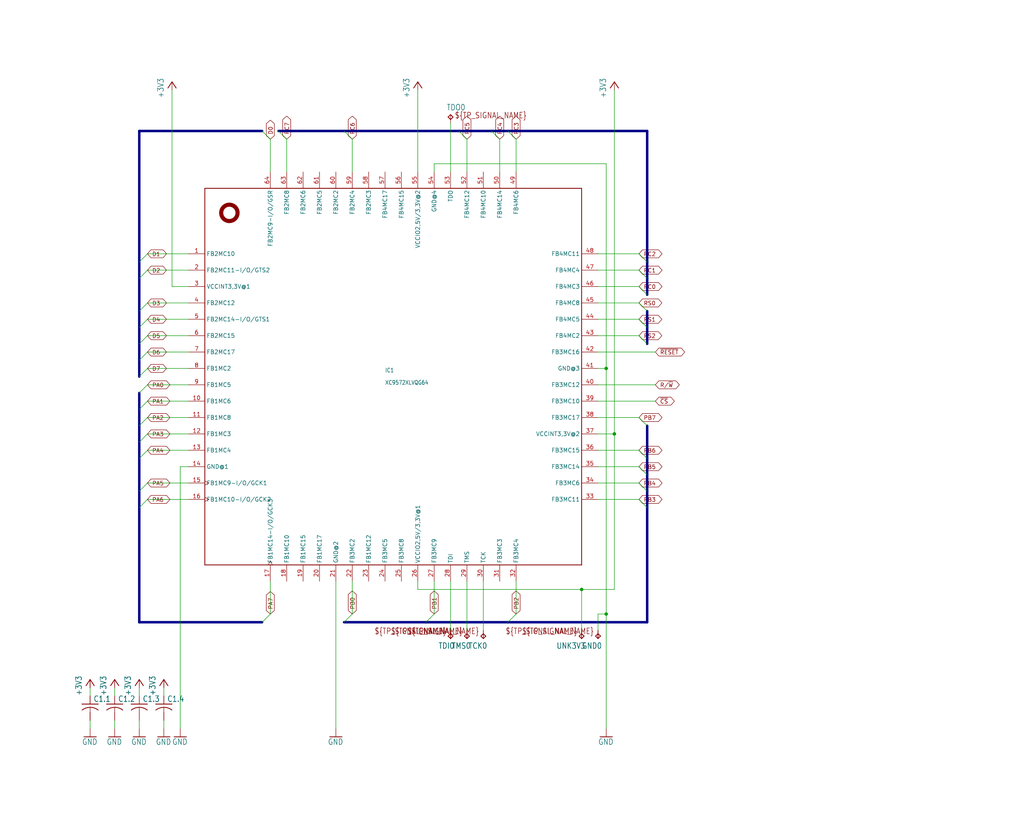
<source format=kicad_sch>
(kicad_sch
	(version 20231120)
	(generator "eeschema")
	(generator_version "8.0")
	(uuid "cc485c41-4bad-4c69-b1fc-fd97a9d205c6")
	(paper "User" 317.5 254.127)
	(lib_symbols
		(symbol "Fake6523-eagle-import:+3V3"
			(power)
			(exclude_from_sim no)
			(in_bom yes)
			(on_board yes)
			(property "Reference" "#+3V3"
				(at 0 0 0)
				(effects
					(font
						(size 1.27 1.27)
					)
					(hide yes)
				)
			)
			(property "Value" "+3V3"
				(at -2.54 -5.08 90)
				(effects
					(font
						(size 1.778 1.5113)
					)
					(justify left bottom)
				)
			)
			(property "Footprint" ""
				(at 0 0 0)
				(effects
					(font
						(size 1.27 1.27)
					)
					(hide yes)
				)
			)
			(property "Datasheet" ""
				(at 0 0 0)
				(effects
					(font
						(size 1.27 1.27)
					)
					(hide yes)
				)
			)
			(property "Description" ""
				(at 0 0 0)
				(effects
					(font
						(size 1.27 1.27)
					)
					(hide yes)
				)
			)
			(property "ki_locked" ""
				(at 0 0 0)
				(effects
					(font
						(size 1.27 1.27)
					)
				)
			)
			(symbol "+3V3_1_0"
				(polyline
					(pts
						(xy 0 0) (xy -1.27 -1.905)
					)
					(stroke
						(width 0.254)
						(type solid)
					)
					(fill
						(type none)
					)
				)
				(polyline
					(pts
						(xy 1.27 -1.905) (xy 0 0)
					)
					(stroke
						(width 0.254)
						(type solid)
					)
					(fill
						(type none)
					)
				)
				(pin power_in line
					(at 0 -2.54 90)
					(length 2.54)
					(name "+3V3"
						(effects
							(font
								(size 0 0)
							)
						)
					)
					(number "1"
						(effects
							(font
								(size 0 0)
							)
						)
					)
				)
			)
		)
		(symbol "Fake6523-eagle-import:C-USC0402"
			(exclude_from_sim no)
			(in_bom yes)
			(on_board yes)
			(property "Reference" "C"
				(at 1.016 0.635 0)
				(effects
					(font
						(size 1.778 1.5113)
					)
					(justify left bottom)
				)
			)
			(property "Value" ""
				(at 1.016 -4.191 0)
				(effects
					(font
						(size 1.778 1.5113)
					)
					(justify left bottom)
				)
			)
			(property "Footprint" "Fake6523:C0402"
				(at 0 0 0)
				(effects
					(font
						(size 1.27 1.27)
					)
					(hide yes)
				)
			)
			(property "Datasheet" ""
				(at 0 0 0)
				(effects
					(font
						(size 1.27 1.27)
					)
					(hide yes)
				)
			)
			(property "Description" ""
				(at 0 0 0)
				(effects
					(font
						(size 1.27 1.27)
					)
					(hide yes)
				)
			)
			(property "ki_locked" ""
				(at 0 0 0)
				(effects
					(font
						(size 1.27 1.27)
					)
				)
			)
			(symbol "C-USC0402_1_0"
				(arc
					(start 0 -1.0161)
					(mid -1.302 -1.2303)
					(end -2.4668 -1.8504)
					(stroke
						(width 0.254)
						(type solid)
					)
					(fill
						(type none)
					)
				)
				(polyline
					(pts
						(xy -2.54 0) (xy 2.54 0)
					)
					(stroke
						(width 0.254)
						(type solid)
					)
					(fill
						(type none)
					)
				)
				(polyline
					(pts
						(xy 0 -1.016) (xy 0 -2.54)
					)
					(stroke
						(width 0.1524)
						(type solid)
					)
					(fill
						(type none)
					)
				)
				(arc
					(start 2.4892 -1.8541)
					(mid 1.3158 -1.2194)
					(end 0 -1)
					(stroke
						(width 0.254)
						(type solid)
					)
					(fill
						(type none)
					)
				)
				(pin passive line
					(at 0 2.54 270)
					(length 2.54)
					(name "1"
						(effects
							(font
								(size 0 0)
							)
						)
					)
					(number "1"
						(effects
							(font
								(size 0 0)
							)
						)
					)
				)
				(pin passive line
					(at 0 -5.08 90)
					(length 2.54)
					(name "2"
						(effects
							(font
								(size 0 0)
							)
						)
					)
					(number "2"
						(effects
							(font
								(size 0 0)
							)
						)
					)
				)
			)
		)
		(symbol "Fake6523-eagle-import:GND"
			(power)
			(exclude_from_sim no)
			(in_bom yes)
			(on_board yes)
			(property "Reference" "#GND"
				(at 0 0 0)
				(effects
					(font
						(size 1.27 1.27)
					)
					(hide yes)
				)
			)
			(property "Value" "GND"
				(at -2.54 -2.54 0)
				(effects
					(font
						(size 1.778 1.5113)
					)
					(justify left bottom)
				)
			)
			(property "Footprint" ""
				(at 0 0 0)
				(effects
					(font
						(size 1.27 1.27)
					)
					(hide yes)
				)
			)
			(property "Datasheet" ""
				(at 0 0 0)
				(effects
					(font
						(size 1.27 1.27)
					)
					(hide yes)
				)
			)
			(property "Description" ""
				(at 0 0 0)
				(effects
					(font
						(size 1.27 1.27)
					)
					(hide yes)
				)
			)
			(property "ki_locked" ""
				(at 0 0 0)
				(effects
					(font
						(size 1.27 1.27)
					)
				)
			)
			(symbol "GND_1_0"
				(polyline
					(pts
						(xy -1.905 0) (xy 1.905 0)
					)
					(stroke
						(width 0.254)
						(type solid)
					)
					(fill
						(type none)
					)
				)
				(pin power_in line
					(at 0 2.54 270)
					(length 2.54)
					(name "GND"
						(effects
							(font
								(size 0 0)
							)
						)
					)
					(number "1"
						(effects
							(font
								(size 0 0)
							)
						)
					)
				)
			)
		)
		(symbol "Fake6523-eagle-import:TPTP08R"
			(exclude_from_sim no)
			(in_bom yes)
			(on_board yes)
			(property "Reference" "TP"
				(at -1.27 1.27 0)
				(effects
					(font
						(size 1.778 1.5113)
					)
					(justify left bottom)
				)
			)
			(property "Value" ""
				(at 0 0 0)
				(effects
					(font
						(size 1.27 1.27)
					)
					(hide yes)
				)
			)
			(property "Footprint" "Fake6523:TP08R"
				(at 0 0 0)
				(effects
					(font
						(size 1.27 1.27)
					)
					(hide yes)
				)
			)
			(property "Datasheet" ""
				(at 0 0 0)
				(effects
					(font
						(size 1.27 1.27)
					)
					(hide yes)
				)
			)
			(property "Description" ""
				(at 0 0 0)
				(effects
					(font
						(size 1.27 1.27)
					)
					(hide yes)
				)
			)
			(property "ki_locked" ""
				(at 0 0 0)
				(effects
					(font
						(size 1.27 1.27)
					)
				)
			)
			(symbol "TPTP08R_1_0"
				(polyline
					(pts
						(xy -0.762 -0.762) (xy 0 0)
					)
					(stroke
						(width 0.254)
						(type solid)
					)
					(fill
						(type none)
					)
				)
				(polyline
					(pts
						(xy 0 -1.524) (xy -0.762 -0.762)
					)
					(stroke
						(width 0.254)
						(type solid)
					)
					(fill
						(type none)
					)
				)
				(polyline
					(pts
						(xy 0 0) (xy 0.762 -0.762)
					)
					(stroke
						(width 0.254)
						(type solid)
					)
					(fill
						(type none)
					)
				)
				(polyline
					(pts
						(xy 0.762 -0.762) (xy 0 -1.524)
					)
					(stroke
						(width 0.254)
						(type solid)
					)
					(fill
						(type none)
					)
				)
				(text "${TP_SIGNAL_NAME}"
					(at 1.27 -1.27 0)
					(effects
						(font
							(size 1.778 1.5113)
						)
						(justify left bottom)
					)
				)
				(pin input line
					(at 0 -2.54 90)
					(length 2.54)
					(name "TP"
						(effects
							(font
								(size 0 0)
							)
						)
					)
					(number "TP"
						(effects
							(font
								(size 0 0)
							)
						)
					)
				)
			)
		)
		(symbol "Fake6523-eagle-import:XC9572XLVQG64"
			(exclude_from_sim no)
			(in_bom yes)
			(on_board yes)
			(property "Reference" "IC"
				(at -2.54 1.27 0)
				(effects
					(font
						(size 1.27 1.0795)
					)
					(justify left bottom)
				)
			)
			(property "Value" ""
				(at -2.54 -2.54 0)
				(effects
					(font
						(size 1.27 1.0795)
					)
					(justify left bottom)
				)
			)
			(property "Footprint" "Fake6523:VQFP64"
				(at 0 0 0)
				(effects
					(font
						(size 1.27 1.27)
					)
					(hide yes)
				)
			)
			(property "Datasheet" ""
				(at 0 0 0)
				(effects
					(font
						(size 1.27 1.27)
					)
					(hide yes)
				)
			)
			(property "Description" ""
				(at 0 0 0)
				(effects
					(font
						(size 1.27 1.27)
					)
					(hide yes)
				)
			)
			(property "ki_locked" ""
				(at 0 0 0)
				(effects
					(font
						(size 1.27 1.27)
					)
				)
			)
			(symbol "XC9572XLVQG64_1_0"
				(circle
					(center -50.8 50.8)
					(radius 2.54)
					(stroke
						(width 1.27)
						(type solid)
					)
					(fill
						(type none)
					)
				)
				(polyline
					(pts
						(xy -58.42 -58.42) (xy 58.42 -58.42)
					)
					(stroke
						(width 0.254)
						(type solid)
					)
					(fill
						(type none)
					)
				)
				(polyline
					(pts
						(xy -58.42 58.42) (xy -58.42 -58.42)
					)
					(stroke
						(width 0.254)
						(type solid)
					)
					(fill
						(type none)
					)
				)
				(polyline
					(pts
						(xy -58.42 58.42) (xy 58.42 58.42)
					)
					(stroke
						(width 0.254)
						(type solid)
					)
					(fill
						(type none)
					)
				)
				(polyline
					(pts
						(xy 58.42 -58.42) (xy 58.42 58.42)
					)
					(stroke
						(width 0.254)
						(type solid)
					)
					(fill
						(type none)
					)
				)
				(pin bidirectional line
					(at -63.5 38.1 0)
					(length 5.08)
					(name "FB2MC10"
						(effects
							(font
								(size 1.27 1.27)
							)
						)
					)
					(number "1"
						(effects
							(font
								(size 1.27 1.27)
							)
						)
					)
				)
				(pin bidirectional line
					(at -63.5 -7.62 0)
					(length 5.08)
					(name "FB1MC6"
						(effects
							(font
								(size 1.27 1.27)
							)
						)
					)
					(number "10"
						(effects
							(font
								(size 1.27 1.27)
							)
						)
					)
				)
				(pin bidirectional line
					(at -63.5 -12.7 0)
					(length 5.08)
					(name "FB1MC8"
						(effects
							(font
								(size 1.27 1.27)
							)
						)
					)
					(number "11"
						(effects
							(font
								(size 1.27 1.27)
							)
						)
					)
				)
				(pin bidirectional line
					(at -63.5 -17.78 0)
					(length 5.08)
					(name "FB1MC3"
						(effects
							(font
								(size 1.27 1.27)
							)
						)
					)
					(number "12"
						(effects
							(font
								(size 1.27 1.27)
							)
						)
					)
				)
				(pin bidirectional line
					(at -63.5 -22.86 0)
					(length 5.08)
					(name "FB1MC4"
						(effects
							(font
								(size 1.27 1.27)
							)
						)
					)
					(number "13"
						(effects
							(font
								(size 1.27 1.27)
							)
						)
					)
				)
				(pin power_in line
					(at -63.5 -27.94 0)
					(length 5.08)
					(name "GND@1"
						(effects
							(font
								(size 1.27 1.27)
							)
						)
					)
					(number "14"
						(effects
							(font
								(size 1.27 1.27)
							)
						)
					)
				)
				(pin bidirectional clock
					(at -63.5 -33.02 0)
					(length 5.08)
					(name "FB1MC9-I/O/GCK1"
						(effects
							(font
								(size 1.27 1.27)
							)
						)
					)
					(number "15"
						(effects
							(font
								(size 1.27 1.27)
							)
						)
					)
				)
				(pin bidirectional clock
					(at -63.5 -38.1 0)
					(length 5.08)
					(name "FB1MC10-I/O/GCK2"
						(effects
							(font
								(size 1.27 1.27)
							)
						)
					)
					(number "16"
						(effects
							(font
								(size 1.27 1.27)
							)
						)
					)
				)
				(pin bidirectional clock
					(at -38.1 -63.5 90)
					(length 5.08)
					(name "FB1MC14-I/O/GCK3"
						(effects
							(font
								(size 1.27 1.27)
							)
						)
					)
					(number "17"
						(effects
							(font
								(size 1.27 1.27)
							)
						)
					)
				)
				(pin bidirectional line
					(at -33.02 -63.5 90)
					(length 5.08)
					(name "FB1MC10"
						(effects
							(font
								(size 1.27 1.27)
							)
						)
					)
					(number "18"
						(effects
							(font
								(size 1.27 1.27)
							)
						)
					)
				)
				(pin bidirectional line
					(at -27.94 -63.5 90)
					(length 5.08)
					(name "FB1MC15"
						(effects
							(font
								(size 1.27 1.27)
							)
						)
					)
					(number "19"
						(effects
							(font
								(size 1.27 1.27)
							)
						)
					)
				)
				(pin bidirectional line
					(at -63.5 33.02 0)
					(length 5.08)
					(name "FB2MC11-I/O/GTS2"
						(effects
							(font
								(size 1.27 1.27)
							)
						)
					)
					(number "2"
						(effects
							(font
								(size 1.27 1.27)
							)
						)
					)
				)
				(pin bidirectional line
					(at -22.86 -63.5 90)
					(length 5.08)
					(name "FB1MC17"
						(effects
							(font
								(size 1.27 1.27)
							)
						)
					)
					(number "20"
						(effects
							(font
								(size 1.27 1.27)
							)
						)
					)
				)
				(pin power_in line
					(at -17.78 -63.5 90)
					(length 5.08)
					(name "GND@2"
						(effects
							(font
								(size 1.27 1.27)
							)
						)
					)
					(number "21"
						(effects
							(font
								(size 1.27 1.27)
							)
						)
					)
				)
				(pin bidirectional line
					(at -12.7 -63.5 90)
					(length 5.08)
					(name "FB3MC2"
						(effects
							(font
								(size 1.27 1.27)
							)
						)
					)
					(number "22"
						(effects
							(font
								(size 1.27 1.27)
							)
						)
					)
				)
				(pin bidirectional line
					(at -7.62 -63.5 90)
					(length 5.08)
					(name "FB1MC12"
						(effects
							(font
								(size 1.27 1.27)
							)
						)
					)
					(number "23"
						(effects
							(font
								(size 1.27 1.27)
							)
						)
					)
				)
				(pin bidirectional line
					(at -2.54 -63.5 90)
					(length 5.08)
					(name "FB3MC5"
						(effects
							(font
								(size 1.27 1.27)
							)
						)
					)
					(number "24"
						(effects
							(font
								(size 1.27 1.27)
							)
						)
					)
				)
				(pin bidirectional line
					(at 2.54 -63.5 90)
					(length 5.08)
					(name "FB3MC8"
						(effects
							(font
								(size 1.27 1.27)
							)
						)
					)
					(number "25"
						(effects
							(font
								(size 1.27 1.27)
							)
						)
					)
				)
				(pin power_in line
					(at 7.62 -63.5 90)
					(length 5.08)
					(name "VCCIO2,5V/3,3V@1"
						(effects
							(font
								(size 1.27 1.27)
							)
						)
					)
					(number "26"
						(effects
							(font
								(size 1.27 1.27)
							)
						)
					)
				)
				(pin bidirectional line
					(at 12.7 -63.5 90)
					(length 5.08)
					(name "FB3MC9"
						(effects
							(font
								(size 1.27 1.27)
							)
						)
					)
					(number "27"
						(effects
							(font
								(size 1.27 1.27)
							)
						)
					)
				)
				(pin bidirectional line
					(at 17.78 -63.5 90)
					(length 5.08)
					(name "TDI"
						(effects
							(font
								(size 1.27 1.27)
							)
						)
					)
					(number "28"
						(effects
							(font
								(size 1.27 1.27)
							)
						)
					)
				)
				(pin bidirectional line
					(at 22.86 -63.5 90)
					(length 5.08)
					(name "TMS"
						(effects
							(font
								(size 1.27 1.27)
							)
						)
					)
					(number "29"
						(effects
							(font
								(size 1.27 1.27)
							)
						)
					)
				)
				(pin power_in line
					(at -63.5 27.94 0)
					(length 5.08)
					(name "VCCINT3,3V@1"
						(effects
							(font
								(size 1.27 1.27)
							)
						)
					)
					(number "3"
						(effects
							(font
								(size 1.27 1.27)
							)
						)
					)
				)
				(pin bidirectional line
					(at 27.94 -63.5 90)
					(length 5.08)
					(name "TCK"
						(effects
							(font
								(size 1.27 1.27)
							)
						)
					)
					(number "30"
						(effects
							(font
								(size 1.27 1.27)
							)
						)
					)
				)
				(pin bidirectional line
					(at 33.02 -63.5 90)
					(length 5.08)
					(name "FB3MC3"
						(effects
							(font
								(size 1.27 1.27)
							)
						)
					)
					(number "31"
						(effects
							(font
								(size 1.27 1.27)
							)
						)
					)
				)
				(pin bidirectional line
					(at 38.1 -63.5 90)
					(length 5.08)
					(name "FB3MC4"
						(effects
							(font
								(size 1.27 1.27)
							)
						)
					)
					(number "32"
						(effects
							(font
								(size 1.27 1.27)
							)
						)
					)
				)
				(pin bidirectional line
					(at 63.5 -38.1 180)
					(length 5.08)
					(name "FB3MC11"
						(effects
							(font
								(size 1.27 1.27)
							)
						)
					)
					(number "33"
						(effects
							(font
								(size 1.27 1.27)
							)
						)
					)
				)
				(pin bidirectional line
					(at 63.5 -33.02 180)
					(length 5.08)
					(name "FB3MC6"
						(effects
							(font
								(size 1.27 1.27)
							)
						)
					)
					(number "34"
						(effects
							(font
								(size 1.27 1.27)
							)
						)
					)
				)
				(pin bidirectional line
					(at 63.5 -27.94 180)
					(length 5.08)
					(name "FB3MC14"
						(effects
							(font
								(size 1.27 1.27)
							)
						)
					)
					(number "35"
						(effects
							(font
								(size 1.27 1.27)
							)
						)
					)
				)
				(pin bidirectional line
					(at 63.5 -22.86 180)
					(length 5.08)
					(name "FB3MC15"
						(effects
							(font
								(size 1.27 1.27)
							)
						)
					)
					(number "36"
						(effects
							(font
								(size 1.27 1.27)
							)
						)
					)
				)
				(pin power_in line
					(at 63.5 -17.78 180)
					(length 5.08)
					(name "VCCINT3,3V@2"
						(effects
							(font
								(size 1.27 1.27)
							)
						)
					)
					(number "37"
						(effects
							(font
								(size 1.27 1.27)
							)
						)
					)
				)
				(pin bidirectional line
					(at 63.5 -12.7 180)
					(length 5.08)
					(name "FB3MC17"
						(effects
							(font
								(size 1.27 1.27)
							)
						)
					)
					(number "38"
						(effects
							(font
								(size 1.27 1.27)
							)
						)
					)
				)
				(pin bidirectional line
					(at 63.5 -7.62 180)
					(length 5.08)
					(name "FB3MC10"
						(effects
							(font
								(size 1.27 1.27)
							)
						)
					)
					(number "39"
						(effects
							(font
								(size 1.27 1.27)
							)
						)
					)
				)
				(pin bidirectional line
					(at -63.5 22.86 0)
					(length 5.08)
					(name "FB2MC12"
						(effects
							(font
								(size 1.27 1.27)
							)
						)
					)
					(number "4"
						(effects
							(font
								(size 1.27 1.27)
							)
						)
					)
				)
				(pin bidirectional line
					(at 63.5 -2.54 180)
					(length 5.08)
					(name "FB3MC12"
						(effects
							(font
								(size 1.27 1.27)
							)
						)
					)
					(number "40"
						(effects
							(font
								(size 1.27 1.27)
							)
						)
					)
				)
				(pin power_in line
					(at 63.5 2.54 180)
					(length 5.08)
					(name "GND@3"
						(effects
							(font
								(size 1.27 1.27)
							)
						)
					)
					(number "41"
						(effects
							(font
								(size 1.27 1.27)
							)
						)
					)
				)
				(pin bidirectional line
					(at 63.5 7.62 180)
					(length 5.08)
					(name "FB3MC16"
						(effects
							(font
								(size 1.27 1.27)
							)
						)
					)
					(number "42"
						(effects
							(font
								(size 1.27 1.27)
							)
						)
					)
				)
				(pin bidirectional line
					(at 63.5 12.7 180)
					(length 5.08)
					(name "FB4MC2"
						(effects
							(font
								(size 1.27 1.27)
							)
						)
					)
					(number "43"
						(effects
							(font
								(size 1.27 1.27)
							)
						)
					)
				)
				(pin bidirectional line
					(at 63.5 17.78 180)
					(length 5.08)
					(name "FB4MC5"
						(effects
							(font
								(size 1.27 1.27)
							)
						)
					)
					(number "44"
						(effects
							(font
								(size 1.27 1.27)
							)
						)
					)
				)
				(pin bidirectional line
					(at 63.5 22.86 180)
					(length 5.08)
					(name "FB4MC8"
						(effects
							(font
								(size 1.27 1.27)
							)
						)
					)
					(number "45"
						(effects
							(font
								(size 1.27 1.27)
							)
						)
					)
				)
				(pin bidirectional line
					(at 63.5 27.94 180)
					(length 5.08)
					(name "FB4MC3"
						(effects
							(font
								(size 1.27 1.27)
							)
						)
					)
					(number "46"
						(effects
							(font
								(size 1.27 1.27)
							)
						)
					)
				)
				(pin bidirectional line
					(at 63.5 33.02 180)
					(length 5.08)
					(name "FB4MC4"
						(effects
							(font
								(size 1.27 1.27)
							)
						)
					)
					(number "47"
						(effects
							(font
								(size 1.27 1.27)
							)
						)
					)
				)
				(pin bidirectional line
					(at 63.5 38.1 180)
					(length 5.08)
					(name "FB4MC11"
						(effects
							(font
								(size 1.27 1.27)
							)
						)
					)
					(number "48"
						(effects
							(font
								(size 1.27 1.27)
							)
						)
					)
				)
				(pin bidirectional line
					(at 38.1 63.5 270)
					(length 5.08)
					(name "FB4MC6"
						(effects
							(font
								(size 1.27 1.27)
							)
						)
					)
					(number "49"
						(effects
							(font
								(size 1.27 1.27)
							)
						)
					)
				)
				(pin bidirectional line
					(at -63.5 17.78 0)
					(length 5.08)
					(name "FB2MC14-I/O/GTS1"
						(effects
							(font
								(size 1.27 1.27)
							)
						)
					)
					(number "5"
						(effects
							(font
								(size 1.27 1.27)
							)
						)
					)
				)
				(pin bidirectional line
					(at 33.02 63.5 270)
					(length 5.08)
					(name "FB4MC14"
						(effects
							(font
								(size 1.27 1.27)
							)
						)
					)
					(number "50"
						(effects
							(font
								(size 1.27 1.27)
							)
						)
					)
				)
				(pin bidirectional line
					(at 27.94 63.5 270)
					(length 5.08)
					(name "FB4MC10"
						(effects
							(font
								(size 1.27 1.27)
							)
						)
					)
					(number "51"
						(effects
							(font
								(size 1.27 1.27)
							)
						)
					)
				)
				(pin bidirectional line
					(at 22.86 63.5 270)
					(length 5.08)
					(name "FB4MC12"
						(effects
							(font
								(size 1.27 1.27)
							)
						)
					)
					(number "52"
						(effects
							(font
								(size 1.27 1.27)
							)
						)
					)
				)
				(pin bidirectional line
					(at 17.78 63.5 270)
					(length 5.08)
					(name "TDO"
						(effects
							(font
								(size 1.27 1.27)
							)
						)
					)
					(number "53"
						(effects
							(font
								(size 1.27 1.27)
							)
						)
					)
				)
				(pin power_in line
					(at 12.7 63.5 270)
					(length 5.08)
					(name "GND@4"
						(effects
							(font
								(size 1.27 1.27)
							)
						)
					)
					(number "54"
						(effects
							(font
								(size 1.27 1.27)
							)
						)
					)
				)
				(pin power_in line
					(at 7.62 63.5 270)
					(length 5.08)
					(name "VCCIO2,5V/3,3V@2"
						(effects
							(font
								(size 1.27 1.27)
							)
						)
					)
					(number "55"
						(effects
							(font
								(size 1.27 1.27)
							)
						)
					)
				)
				(pin bidirectional line
					(at 2.54 63.5 270)
					(length 5.08)
					(name "FB4MC15"
						(effects
							(font
								(size 1.27 1.27)
							)
						)
					)
					(number "56"
						(effects
							(font
								(size 1.27 1.27)
							)
						)
					)
				)
				(pin bidirectional line
					(at -2.54 63.5 270)
					(length 5.08)
					(name "FB4MC17"
						(effects
							(font
								(size 1.27 1.27)
							)
						)
					)
					(number "57"
						(effects
							(font
								(size 1.27 1.27)
							)
						)
					)
				)
				(pin bidirectional line
					(at -7.62 63.5 270)
					(length 5.08)
					(name "FB2MC3"
						(effects
							(font
								(size 1.27 1.27)
							)
						)
					)
					(number "58"
						(effects
							(font
								(size 1.27 1.27)
							)
						)
					)
				)
				(pin bidirectional line
					(at -12.7 63.5 270)
					(length 5.08)
					(name "FB2MC4"
						(effects
							(font
								(size 1.27 1.27)
							)
						)
					)
					(number "59"
						(effects
							(font
								(size 1.27 1.27)
							)
						)
					)
				)
				(pin bidirectional line
					(at -63.5 12.7 0)
					(length 5.08)
					(name "FB2MC15"
						(effects
							(font
								(size 1.27 1.27)
							)
						)
					)
					(number "6"
						(effects
							(font
								(size 1.27 1.27)
							)
						)
					)
				)
				(pin bidirectional line
					(at -17.78 63.5 270)
					(length 5.08)
					(name "FB2MC2"
						(effects
							(font
								(size 1.27 1.27)
							)
						)
					)
					(number "60"
						(effects
							(font
								(size 1.27 1.27)
							)
						)
					)
				)
				(pin bidirectional line
					(at -22.86 63.5 270)
					(length 5.08)
					(name "FB2MC5"
						(effects
							(font
								(size 1.27 1.27)
							)
						)
					)
					(number "61"
						(effects
							(font
								(size 1.27 1.27)
							)
						)
					)
				)
				(pin bidirectional line
					(at -27.94 63.5 270)
					(length 5.08)
					(name "FB2MC6"
						(effects
							(font
								(size 1.27 1.27)
							)
						)
					)
					(number "62"
						(effects
							(font
								(size 1.27 1.27)
							)
						)
					)
				)
				(pin bidirectional line
					(at -33.02 63.5 270)
					(length 5.08)
					(name "FB2MC8"
						(effects
							(font
								(size 1.27 1.27)
							)
						)
					)
					(number "63"
						(effects
							(font
								(size 1.27 1.27)
							)
						)
					)
				)
				(pin bidirectional line
					(at -38.1 63.5 270)
					(length 5.08)
					(name "FB2MC9-I/O/GSR"
						(effects
							(font
								(size 1.27 1.27)
							)
						)
					)
					(number "64"
						(effects
							(font
								(size 1.27 1.27)
							)
						)
					)
				)
				(pin bidirectional line
					(at -63.5 7.62 0)
					(length 5.08)
					(name "FB2MC17"
						(effects
							(font
								(size 1.27 1.27)
							)
						)
					)
					(number "7"
						(effects
							(font
								(size 1.27 1.27)
							)
						)
					)
				)
				(pin bidirectional line
					(at -63.5 2.54 0)
					(length 5.08)
					(name "FB1MC2"
						(effects
							(font
								(size 1.27 1.27)
							)
						)
					)
					(number "8"
						(effects
							(font
								(size 1.27 1.27)
							)
						)
					)
				)
				(pin bidirectional line
					(at -63.5 -2.54 0)
					(length 5.08)
					(name "FB1MC5"
						(effects
							(font
								(size 1.27 1.27)
							)
						)
					)
					(number "9"
						(effects
							(font
								(size 1.27 1.27)
							)
						)
					)
				)
			)
		)
	)
	(junction
		(at 187.96 190.5)
		(diameter 0)
		(color 0 0 0 0)
		(uuid "04dbd2a5-ace4-47b8-bd68-749f4df46aa7")
	)
	(junction
		(at 190.5 134.62)
		(diameter 0)
		(color 0 0 0 0)
		(uuid "32ab9137-99d3-4069-8c1d-6484329534ee")
	)
	(junction
		(at 187.96 114.3)
		(diameter 0)
		(color 0 0 0 0)
		(uuid "d63918ef-3e88-459d-bf09-63d2cebbab64")
	)
	(junction
		(at 180.34 182.88)
		(diameter 0)
		(color 0 0 0 0)
		(uuid "f85d531a-3717-4463-b08c-01deb6e8dc56")
	)
	(bus_entry
		(at 198.12 144.78)
		(size 2.54 2.54)
		(stroke
			(width 0)
			(type default)
		)
		(uuid "042d0174-e276-431c-9d25-385a26c8715e")
	)
	(bus_entry
		(at 45.72 93.98)
		(size -2.54 2.54)
		(stroke
			(width 0)
			(type default)
		)
		(uuid "06281ca1-b40a-4a80-bb1d-c1be5e9cc042")
	)
	(bus_entry
		(at 134.62 190.5)
		(size -2.54 2.54)
		(stroke
			(width 0)
			(type default)
		)
		(uuid "0dc3403f-8fe5-4bc1-b593-31a7078af86b")
	)
	(bus_entry
		(at 198.12 104.14)
		(size 2.54 2.54)
		(stroke
			(width 0)
			(type default)
		)
		(uuid "0e20dd2d-b20a-418b-9c5c-2b30b4c3d825")
	)
	(bus_entry
		(at 45.72 104.14)
		(size -2.54 2.54)
		(stroke
			(width 0)
			(type default)
		)
		(uuid "158e6427-b589-4a61-8297-e9a245fca516")
	)
	(bus_entry
		(at 45.72 139.7)
		(size -2.54 2.54)
		(stroke
			(width 0)
			(type default)
		)
		(uuid "1f6a5b76-e4ff-4b7a-8494-dfbb65d63668")
	)
	(bus_entry
		(at 45.72 83.82)
		(size -2.54 2.54)
		(stroke
			(width 0)
			(type default)
		)
		(uuid "286cb04a-8985-4ec9-bf22-0795a461ed63")
	)
	(bus_entry
		(at 45.72 114.3)
		(size -2.54 2.54)
		(stroke
			(width 0)
			(type default)
		)
		(uuid "33dffff8-3143-4173-ac29-7848c5eeb7e6")
	)
	(bus_entry
		(at 45.72 109.22)
		(size -2.54 2.54)
		(stroke
			(width 0)
			(type default)
		)
		(uuid "349c5048-7074-4076-8992-00342a894a27")
	)
	(bus_entry
		(at 45.72 78.74)
		(size -2.54 2.54)
		(stroke
			(width 0)
			(type default)
		)
		(uuid "3a193b18-9945-43d3-b68d-5984afa0d9ff")
	)
	(bus_entry
		(at 45.72 129.54)
		(size -2.54 2.54)
		(stroke
			(width 0)
			(type default)
		)
		(uuid "4500d63a-ddd1-41e4-a231-4782ea990cb2")
	)
	(bus_entry
		(at 45.72 124.46)
		(size -2.54 2.54)
		(stroke
			(width 0)
			(type default)
		)
		(uuid "45199c13-959c-4bfa-96d7-5b1800509b86")
	)
	(bus_entry
		(at 198.12 78.74)
		(size 2.54 2.54)
		(stroke
			(width 0)
			(type default)
		)
		(uuid "4b7f5c4d-0ede-4dfd-815d-7959ba265f81")
	)
	(bus_entry
		(at 45.72 149.86)
		(size -2.54 2.54)
		(stroke
			(width 0)
			(type default)
		)
		(uuid "4f18e0b1-0e57-4d25-af03-44e3dff2d165")
	)
	(bus_entry
		(at 160.02 43.18)
		(size -2.54 -2.54)
		(stroke
			(width 0)
			(type default)
		)
		(uuid "5264bd6c-0959-4596-b081-506c0c102fdc")
	)
	(bus_entry
		(at 198.12 83.82)
		(size 2.54 2.54)
		(stroke
			(width 0)
			(type default)
		)
		(uuid "534a83c8-ef51-4549-afbe-f77832ec2ed8")
	)
	(bus_entry
		(at 45.72 119.38)
		(size -2.54 2.54)
		(stroke
			(width 0)
			(type default)
		)
		(uuid "59d5e710-739d-46c5-8e25-2ca34909c335")
	)
	(bus_entry
		(at 198.12 99.06)
		(size 2.54 2.54)
		(stroke
			(width 0)
			(type default)
		)
		(uuid "6949626e-d5fc-40e0-883d-d14208137fb3")
	)
	(bus_entry
		(at 83.82 43.18)
		(size -2.54 -2.54)
		(stroke
			(width 0)
			(type default)
		)
		(uuid "695054d0-39ec-4e9b-acb9-23c8ca398acb")
	)
	(bus_entry
		(at 160.02 190.5)
		(size -2.54 2.54)
		(stroke
			(width 0)
			(type default)
		)
		(uuid "74214d0f-1262-4961-b71d-521a69e6f907")
	)
	(bus_entry
		(at 144.78 43.18)
		(size -2.54 -2.54)
		(stroke
			(width 0)
			(type default)
		)
		(uuid "75519192-e3b5-42b0-afd9-46dc02fd3f70")
	)
	(bus_entry
		(at 45.72 99.06)
		(size -2.54 2.54)
		(stroke
			(width 0)
			(type default)
		)
		(uuid "95bc426b-bdc0-4a26-b8f6-72a2d2af6c14")
	)
	(bus_entry
		(at 198.12 154.94)
		(size 2.54 2.54)
		(stroke
			(width 0)
			(type default)
		)
		(uuid "9941722a-00c8-4f87-8151-8e943b466e7f")
	)
	(bus_entry
		(at 109.22 43.18)
		(size -2.54 -2.54)
		(stroke
			(width 0)
			(type default)
		)
		(uuid "9aad9ebf-cab3-433e-8ea4-559df094cf57")
	)
	(bus_entry
		(at 198.12 88.9)
		(size 2.54 2.54)
		(stroke
			(width 0)
			(type default)
		)
		(uuid "9ffe20d6-aadb-49f2-876f-edf9ff98cd0e")
	)
	(bus_entry
		(at 45.72 134.62)
		(size -2.54 2.54)
		(stroke
			(width 0)
			(type default)
		)
		(uuid "a0c05562-590b-4e1f-89b5-4edc18211912")
	)
	(bus_entry
		(at 45.72 154.94)
		(size -2.54 2.54)
		(stroke
			(width 0)
			(type default)
		)
		(uuid "a13dc779-5440-4690-8e5e-9ea6014010dd")
	)
	(bus_entry
		(at 198.12 129.54)
		(size 2.54 2.54)
		(stroke
			(width 0)
			(type default)
		)
		(uuid "a9476a2c-94cd-4eee-b48d-b8390d9c3af5")
	)
	(bus_entry
		(at 198.12 149.86)
		(size 2.54 2.54)
		(stroke
			(width 0)
			(type default)
		)
		(uuid "bc3a6fca-fb2c-41b7-bbc5-501095767de8")
	)
	(bus_entry
		(at 198.12 139.7)
		(size 2.54 2.54)
		(stroke
			(width 0)
			(type default)
		)
		(uuid "c5b1ccd9-670c-475f-8b43-25e9ce102737")
	)
	(bus_entry
		(at 198.12 93.98)
		(size 2.54 2.54)
		(stroke
			(width 0)
			(type default)
		)
		(uuid "cd5f7078-7528-4f22-9e57-ea3ff68ef3d5")
	)
	(bus_entry
		(at 154.94 43.18)
		(size -2.54 -2.54)
		(stroke
			(width 0)
			(type default)
		)
		(uuid "d99b89e8-23fe-4492-b27b-6abf1f3bd827")
	)
	(bus_entry
		(at 83.82 190.5)
		(size -2.54 2.54)
		(stroke
			(width 0)
			(type default)
		)
		(uuid "e8315e3a-049b-46d2-9b62-53d7b334c54e")
	)
	(bus_entry
		(at 88.9 43.18)
		(size -2.54 -2.54)
		(stroke
			(width 0)
			(type default)
		)
		(uuid "f3fa9c03-c53a-4d51-9786-9e265b08852f")
	)
	(bus_entry
		(at 109.22 190.5)
		(size -2.54 2.54)
		(stroke
			(width 0)
			(type default)
		)
		(uuid "fd50995d-ae40-48a5-8c39-92cc85c542fe")
	)
	(bus
		(pts
			(xy 43.18 106.68) (xy 43.18 111.76)
		)
		(stroke
			(width 0.762)
			(type solid)
		)
		(uuid "014a06a5-1314-4650-bd1a-2ed1ac85dbb7")
	)
	(wire
		(pts
			(xy 88.9 43.18) (xy 88.9 53.34)
		)
		(stroke
			(width 0.1524)
			(type solid)
		)
		(uuid "0800c554-fd6d-4384-99a0-fd5a981b34e3")
	)
	(wire
		(pts
			(xy 45.72 134.62) (xy 58.42 134.62)
		)
		(stroke
			(width 0.1524)
			(type solid)
		)
		(uuid "0ab2aa0d-1d9b-4183-a559-6ad92bc5a76c")
	)
	(wire
		(pts
			(xy 45.72 149.86) (xy 58.42 149.86)
		)
		(stroke
			(width 0.1524)
			(type solid)
		)
		(uuid "1670f629-3a5f-424a-9685-86f3bbb091f9")
	)
	(wire
		(pts
			(xy 45.72 109.22) (xy 58.42 109.22)
		)
		(stroke
			(width 0.1524)
			(type solid)
		)
		(uuid "1951d69c-20ed-434c-a149-5b47f70a0e27")
	)
	(bus
		(pts
			(xy 43.18 132.08) (xy 43.18 137.16)
		)
		(stroke
			(width 0.762)
			(type solid)
		)
		(uuid "1c34b5dc-c948-431b-9f5a-48ca83979538")
	)
	(bus
		(pts
			(xy 200.66 147.32) (xy 200.66 152.4)
		)
		(stroke
			(width 0.762)
			(type solid)
		)
		(uuid "1d68981d-075e-4a2c-a71d-ae6f339d7ad9")
	)
	(bus
		(pts
			(xy 200.66 193.04) (xy 157.48 193.04)
		)
		(stroke
			(width 0.762)
			(type solid)
		)
		(uuid "20b7a1a1-00b2-41b9-9b34-c5f283ad4a0e")
	)
	(bus
		(pts
			(xy 200.66 142.24) (xy 200.66 147.32)
		)
		(stroke
			(width 0.762)
			(type solid)
		)
		(uuid "277119ea-bbb2-4ea5-810d-22319441708b")
	)
	(wire
		(pts
			(xy 198.12 149.86) (xy 185.42 149.86)
		)
		(stroke
			(width 0.1524)
			(type solid)
		)
		(uuid "28aab027-9575-4128-b582-4d08ecc9aae4")
	)
	(wire
		(pts
			(xy 198.12 139.7) (xy 185.42 139.7)
		)
		(stroke
			(width 0.1524)
			(type solid)
		)
		(uuid "28d80c07-ccf9-4428-83fe-77660e3d1c5e")
	)
	(wire
		(pts
			(xy 160.02 43.18) (xy 160.02 53.34)
		)
		(stroke
			(width 0.1524)
			(type solid)
		)
		(uuid "2b434839-b18c-4cdc-8842-70fbc393fc30")
	)
	(wire
		(pts
			(xy 53.34 88.9) (xy 53.34 27.94)
		)
		(stroke
			(width 0.1524)
			(type solid)
		)
		(uuid "3085920b-b890-405d-9e50-5ba6140afc83")
	)
	(bus
		(pts
			(xy 43.18 152.4) (xy 43.18 157.48)
		)
		(stroke
			(width 0.762)
			(type solid)
		)
		(uuid "31b0435f-69ca-40f9-99b3-457a4f36b4fa")
	)
	(wire
		(pts
			(xy 187.96 50.8) (xy 187.96 114.3)
		)
		(stroke
			(width 0.1524)
			(type solid)
		)
		(uuid "328711e0-822e-499d-a530-f5923a79d655")
	)
	(wire
		(pts
			(xy 35.56 213.36) (xy 35.56 215.9)
		)
		(stroke
			(width 0.1524)
			(type solid)
		)
		(uuid "32c9a849-6f4b-48d1-9619-e5ec7b4bd0e0")
	)
	(wire
		(pts
			(xy 35.56 226.06) (xy 35.56 223.52)
		)
		(stroke
			(width 0.1524)
			(type solid)
		)
		(uuid "370fcace-07b1-4adb-8d4f-1cf2901f7bcf")
	)
	(wire
		(pts
			(xy 27.94 213.36) (xy 27.94 215.9)
		)
		(stroke
			(width 0.1524)
			(type solid)
		)
		(uuid "38aa3a38-550f-4c38-8c02-df73d6dac364")
	)
	(wire
		(pts
			(xy 134.62 190.5) (xy 134.62 180.34)
		)
		(stroke
			(width 0.1524)
			(type solid)
		)
		(uuid "3968b39e-3dcb-42ba-b242-b35aa792af91")
	)
	(bus
		(pts
			(xy 43.18 81.28) (xy 43.18 86.36)
		)
		(stroke
			(width 0.762)
			(type solid)
		)
		(uuid "3975afc5-fe37-4b38-9824-543fe15a6146")
	)
	(wire
		(pts
			(xy 144.78 180.34) (xy 144.78 195.58)
		)
		(stroke
			(width 0.1524)
			(type solid)
		)
		(uuid "3a8a1a9e-70d5-4697-a6c8-af93e638481d")
	)
	(bus
		(pts
			(xy 157.48 193.04) (xy 132.08 193.04)
		)
		(stroke
			(width 0.762)
			(type solid)
		)
		(uuid "4460acd8-8b50-4de0-9665-2d4ce66aba40")
	)
	(bus
		(pts
			(xy 43.18 96.52) (xy 43.18 101.6)
		)
		(stroke
			(width 0.762)
			(type solid)
		)
		(uuid "453c2f1d-d788-4c83-ae92-d67f78a2dbd9")
	)
	(wire
		(pts
			(xy 55.88 144.78) (xy 55.88 226.06)
		)
		(stroke
			(width 0.1524)
			(type solid)
		)
		(uuid "4546f21f-4007-40ea-aecc-bbfaf2cfcac5")
	)
	(wire
		(pts
			(xy 185.42 195.58) (xy 185.42 190.5)
		)
		(stroke
			(width 0.1524)
			(type solid)
		)
		(uuid "4dd28925-5e29-4672-8b5a-0daf6d87a165")
	)
	(bus
		(pts
			(xy 157.48 40.64) (xy 200.66 40.64)
		)
		(stroke
			(width 0.762)
			(type solid)
		)
		(uuid "4ea92af8-236f-40e3-a066-1e05134803f4")
	)
	(wire
		(pts
			(xy 198.12 99.06) (xy 185.42 99.06)
		)
		(stroke
			(width 0.1524)
			(type solid)
		)
		(uuid "508f7a24-c4d5-4546-bdc7-f871c78d7850")
	)
	(bus
		(pts
			(xy 43.18 101.6) (xy 43.18 106.68)
		)
		(stroke
			(width 0.762)
			(type solid)
		)
		(uuid "512cdb39-43cd-45a5-af25-2abbdbe6e815")
	)
	(wire
		(pts
			(xy 190.5 134.62) (xy 190.5 27.94)
		)
		(stroke
			(width 0.1524)
			(type solid)
		)
		(uuid "52430100-92d4-4542-adf5-da85a1e251ff")
	)
	(wire
		(pts
			(xy 198.12 88.9) (xy 185.42 88.9)
		)
		(stroke
			(width 0.1524)
			(type solid)
		)
		(uuid "596e8652-64df-4c80-aaec-c2c4e5d1e962")
	)
	(wire
		(pts
			(xy 198.12 78.74) (xy 185.42 78.74)
		)
		(stroke
			(width 0.1524)
			(type solid)
		)
		(uuid "669375d9-429c-426b-9843-e5ff479d7fa0")
	)
	(bus
		(pts
			(xy 43.18 142.24) (xy 43.18 152.4)
		)
		(stroke
			(width 0.762)
			(type solid)
		)
		(uuid "66abe35c-8fcf-42de-926a-71fd0c47d95f")
	)
	(wire
		(pts
			(xy 187.96 190.5) (xy 187.96 226.06)
		)
		(stroke
			(width 0.1524)
			(type solid)
		)
		(uuid "69abf4e3-b5e4-472b-9496-c801f29b5fac")
	)
	(wire
		(pts
			(xy 45.72 78.74) (xy 58.42 78.74)
		)
		(stroke
			(width 0.1524)
			(type solid)
		)
		(uuid "6a3eff40-b72c-4fea-85e6-d83beb01a71d")
	)
	(wire
		(pts
			(xy 154.94 43.18) (xy 154.94 53.34)
		)
		(stroke
			(width 0.1524)
			(type solid)
		)
		(uuid "6c5071cc-ea64-4260-97a3-994f1fc81df1")
	)
	(wire
		(pts
			(xy 134.62 53.34) (xy 134.62 50.8)
		)
		(stroke
			(width 0.1524)
			(type solid)
		)
		(uuid "6c57f4f2-4284-42a3-9bcf-7206db75168f")
	)
	(wire
		(pts
			(xy 185.42 190.5) (xy 187.96 190.5)
		)
		(stroke
			(width 0.1524)
			(type solid)
		)
		(uuid "70e21199-8905-4cf8-a5e7-83394e529636")
	)
	(wire
		(pts
			(xy 185.42 119.38) (xy 203.2 119.38)
		)
		(stroke
			(width 0.1524)
			(type solid)
		)
		(uuid "75e90b43-1938-4fdb-b7e5-0c683169c62b")
	)
	(wire
		(pts
			(xy 45.72 93.98) (xy 58.42 93.98)
		)
		(stroke
			(width 0.1524)
			(type solid)
		)
		(uuid "7b345f1c-08f9-444d-af49-55d1c9c6e403")
	)
	(bus
		(pts
			(xy 200.66 132.08) (xy 200.66 142.24)
		)
		(stroke
			(width 0.762)
			(type solid)
		)
		(uuid "7fa44c8d-91ac-4bea-b25f-5406e6decdc9")
	)
	(wire
		(pts
			(xy 187.96 114.3) (xy 185.42 114.3)
		)
		(stroke
			(width 0.1524)
			(type solid)
		)
		(uuid "80e38660-f091-4958-98ce-178ab4bd10b6")
	)
	(wire
		(pts
			(xy 160.02 190.5) (xy 160.02 180.34)
		)
		(stroke
			(width 0.1524)
			(type solid)
		)
		(uuid "8179e341-7ee2-4d0d-8a82-24ffaaa4f6c8")
	)
	(wire
		(pts
			(xy 185.42 134.62) (xy 190.5 134.62)
		)
		(stroke
			(width 0.1524)
			(type solid)
		)
		(uuid "82f1a8b7-0f35-490e-9df0-755b1502fdc1")
	)
	(wire
		(pts
			(xy 198.12 154.94) (xy 185.42 154.94)
		)
		(stroke
			(width 0.1524)
			(type solid)
		)
		(uuid "86c9861f-6a9f-4906-ae1d-85ca9759ee27")
	)
	(wire
		(pts
			(xy 45.72 114.3) (xy 58.42 114.3)
		)
		(stroke
			(width 0.1524)
			(type solid)
		)
		(uuid "896bdc49-1844-4a2d-8b85-abb33e0b2677")
	)
	(wire
		(pts
			(xy 45.72 124.46) (xy 58.42 124.46)
		)
		(stroke
			(width 0.1524)
			(type solid)
		)
		(uuid "8caa0be3-d6b0-4754-bfa2-2c2c0b3ff987")
	)
	(wire
		(pts
			(xy 180.34 195.58) (xy 180.34 182.88)
		)
		(stroke
			(width 0.1524)
			(type solid)
		)
		(uuid "8febdf1e-b3d1-4874-8374-6fdea243b88b")
	)
	(wire
		(pts
			(xy 45.72 129.54) (xy 58.42 129.54)
		)
		(stroke
			(width 0.1524)
			(type solid)
		)
		(uuid "927173a8-06a0-46b6-a1d1-2893398e36f2")
	)
	(wire
		(pts
			(xy 180.34 182.88) (xy 190.5 182.88)
		)
		(stroke
			(width 0.1524)
			(type solid)
		)
		(uuid "92a46d3a-f4e4-4393-b8a7-1bc900197b3f")
	)
	(wire
		(pts
			(xy 129.54 53.34) (xy 129.54 27.94)
		)
		(stroke
			(width 0.1524)
			(type solid)
		)
		(uuid "92a595e6-febc-4faf-a60c-131d70ac490f")
	)
	(wire
		(pts
			(xy 27.94 226.06) (xy 27.94 223.52)
		)
		(stroke
			(width 0.1524)
			(type solid)
		)
		(uuid "97300538-7e40-43cc-9167-01819579964e")
	)
	(wire
		(pts
			(xy 50.8 226.06) (xy 50.8 223.52)
		)
		(stroke
			(width 0.1524)
			(type solid)
		)
		(uuid "98568ca8-1728-4ef3-abb3-cba6f2e81847")
	)
	(bus
		(pts
			(xy 43.18 127) (xy 43.18 132.08)
		)
		(stroke
			(width 0.762)
			(type solid)
		)
		(uuid "999f4c1e-eb76-4e34-91ee-7a73dcda1263")
	)
	(wire
		(pts
			(xy 109.22 190.5) (xy 109.22 180.34)
		)
		(stroke
			(width 0.1524)
			(type solid)
		)
		(uuid "9b7a1bdd-aa13-463a-9199-8149483fbadc")
	)
	(wire
		(pts
			(xy 43.18 213.36) (xy 43.18 215.9)
		)
		(stroke
			(width 0.1524)
			(type solid)
		)
		(uuid "a0532b29-a3ee-47b6-b0e8-fd8760bd1d6a")
	)
	(wire
		(pts
			(xy 83.82 43.18) (xy 83.82 53.34)
		)
		(stroke
			(width 0.1524)
			(type solid)
		)
		(uuid "a3d74451-0f95-41f3-b478-91c7f368436c")
	)
	(bus
		(pts
			(xy 43.18 137.16) (xy 43.18 142.24)
		)
		(stroke
			(width 0.762)
			(type solid)
		)
		(uuid "a5cf5784-4785-42af-8dc4-a725931afe2f")
	)
	(bus
		(pts
			(xy 142.24 40.64) (xy 152.4 40.64)
		)
		(stroke
			(width 0.762)
			(type solid)
		)
		(uuid "a87529c0-aecf-451a-b266-0b756dfcd5d2")
	)
	(wire
		(pts
			(xy 139.7 180.34) (xy 139.7 195.58)
		)
		(stroke
			(width 0.1524)
			(type solid)
		)
		(uuid "a9d94122-14bc-4a19-b327-9b91f9ae7a10")
	)
	(bus
		(pts
			(xy 43.18 86.36) (xy 43.18 96.52)
		)
		(stroke
			(width 0.762)
			(type solid)
		)
		(uuid "ad42625a-cc76-4b30-84c2-313aa5c834a5")
	)
	(wire
		(pts
			(xy 45.72 104.14) (xy 58.42 104.14)
		)
		(stroke
			(width 0.1524)
			(type solid)
		)
		(uuid "b4855459-7ca1-4b17-8226-ab60db593a1f")
	)
	(wire
		(pts
			(xy 185.42 124.46) (xy 203.2 124.46)
		)
		(stroke
			(width 0.1524)
			(type solid)
		)
		(uuid "b4d8be36-184e-4809-aa9c-067472f83f12")
	)
	(bus
		(pts
			(xy 43.18 40.64) (xy 81.28 40.64)
		)
		(stroke
			(width 0.762)
			(type solid)
		)
		(uuid "b8c11482-7047-4143-a727-40e8369e2aad")
	)
	(wire
		(pts
			(xy 45.72 83.82) (xy 58.42 83.82)
		)
		(stroke
			(width 0.1524)
			(type solid)
		)
		(uuid "b9823285-4a16-498e-908e-5b621f5a8e1f")
	)
	(bus
		(pts
			(xy 43.18 121.92) (xy 43.18 127)
		)
		(stroke
			(width 0.762)
			(type solid)
		)
		(uuid "b9e4a669-ad25-46b8-88df-7852e49999c3")
	)
	(bus
		(pts
			(xy 200.66 86.36) (xy 200.66 91.44)
		)
		(stroke
			(width 0.762)
			(type solid)
		)
		(uuid "bbadbd6a-aad8-4fd9-9fda-413ec09ceb7b")
	)
	(wire
		(pts
			(xy 134.62 50.8) (xy 187.96 50.8)
		)
		(stroke
			(width 0.1524)
			(type solid)
		)
		(uuid "bbd979dd-cb69-4bac-a7b4-9af4fb3a1f13")
	)
	(bus
		(pts
			(xy 200.66 96.52) (xy 200.66 101.6)
		)
		(stroke
			(width 0.762)
			(type solid)
		)
		(uuid "bc57bc18-ae91-4447-893e-92a0d655ef4f")
	)
	(wire
		(pts
			(xy 45.72 139.7) (xy 58.42 139.7)
		)
		(stroke
			(width 0.1524)
			(type solid)
		)
		(uuid "bce29313-1e2c-4e7d-9ad0-1b13e57fd9f0")
	)
	(wire
		(pts
			(xy 50.8 213.36) (xy 50.8 215.9)
		)
		(stroke
			(width 0.1524)
			(type solid)
		)
		(uuid "be2b284e-b42c-48cf-8f85-e155d0c0dfe7")
	)
	(wire
		(pts
			(xy 149.86 180.34) (xy 149.86 195.58)
		)
		(stroke
			(width 0.1524)
			(type solid)
		)
		(uuid "bfe0fb53-83a1-4e77-afa7-c54632dbd20e")
	)
	(wire
		(pts
			(xy 185.42 129.54) (xy 198.12 129.54)
		)
		(stroke
			(width 0.1524)
			(type solid)
		)
		(uuid "c030dd80-812d-4e6f-b5a2-7a083b40563c")
	)
	(wire
		(pts
			(xy 198.12 93.98) (xy 185.42 93.98)
		)
		(stroke
			(width 0.1524)
			(type solid)
		)
		(uuid "c0e4ea9d-9db1-49f1-ae0a-9cceb8679e35")
	)
	(wire
		(pts
			(xy 45.72 99.06) (xy 58.42 99.06)
		)
		(stroke
			(width 0.1524)
			(type solid)
		)
		(uuid "c3ae7f11-9880-4456-a7ec-543e51fd89f2")
	)
	(bus
		(pts
			(xy 43.18 111.76) (xy 43.18 116.84)
		)
		(stroke
			(width 0.762)
			(type solid)
		)
		(uuid "c8f74b4d-4c7e-4962-9a4c-665aa8da78c8")
	)
	(wire
		(pts
			(xy 190.5 182.88) (xy 190.5 134.62)
		)
		(stroke
			(width 0.1524)
			(type solid)
		)
		(uuid "cb38bb2d-9e87-423c-a86d-bccd5ca295c2")
	)
	(bus
		(pts
			(xy 200.66 152.4) (xy 200.66 157.48)
		)
		(stroke
			(width 0.762)
			(type solid)
		)
		(uuid "cc3dda26-99de-4acb-a864-b0ee9a6a04ca")
	)
	(bus
		(pts
			(xy 43.18 157.48) (xy 43.18 193.04)
		)
		(stroke
			(width 0.762)
			(type solid)
		)
		(uuid "ccf19124-a47b-44a5-9bd6-8a87eb4d9ada")
	)
	(wire
		(pts
			(xy 129.54 180.34) (xy 129.54 182.88)
		)
		(stroke
			(width 0.1524)
			(type solid)
		)
		(uuid "cdd7cf1a-0f29-4d73-b083-89cf042a3917")
	)
	(bus
		(pts
			(xy 200.66 157.48) (xy 200.66 193.04)
		)
		(stroke
			(width 0.762)
			(type solid)
		)
		(uuid "ce9175b5-e5c0-43ef-b503-82b7d52ce722")
	)
	(wire
		(pts
			(xy 185.42 109.22) (xy 203.2 109.22)
		)
		(stroke
			(width 0.1524)
			(type solid)
		)
		(uuid "cf680119-64e6-4e74-876f-da9f54decd6e")
	)
	(wire
		(pts
			(xy 104.14 180.34) (xy 104.14 226.06)
		)
		(stroke
			(width 0.1524)
			(type solid)
		)
		(uuid "d2e30d28-3f7d-47c0-8477-68d7604840d3")
	)
	(bus
		(pts
			(xy 86.36 40.64) (xy 106.68 40.64)
		)
		(stroke
			(width 0.762)
			(type solid)
		)
		(uuid "d778b5d3-67ba-44f6-b7e7-204731b1b493")
	)
	(bus
		(pts
			(xy 43.18 193.04) (xy 81.28 193.04)
		)
		(stroke
			(width 0.762)
			(type solid)
		)
		(uuid "d80549be-7a40-44df-bec5-2f1b15c04883")
	)
	(bus
		(pts
			(xy 200.66 40.64) (xy 200.66 81.28)
		)
		(stroke
			(width 0.762)
			(type solid)
		)
		(uuid "db7f44f5-70d4-495e-9f8d-dda8fc5a9d91")
	)
	(wire
		(pts
			(xy 45.72 154.94) (xy 58.42 154.94)
		)
		(stroke
			(width 0.1524)
			(type solid)
		)
		(uuid "dc54a4a5-8d27-463e-9d8d-448a4b4c4ffc")
	)
	(wire
		(pts
			(xy 58.42 88.9) (xy 53.34 88.9)
		)
		(stroke
			(width 0.1524)
			(type solid)
		)
		(uuid "dde35567-b81a-4db7-817b-f972188e08b8")
	)
	(bus
		(pts
			(xy 200.66 81.28) (xy 200.66 86.36)
		)
		(stroke
			(width 0.762)
			(type solid)
		)
		(uuid "df1da5ca-03a8-47f5-92ac-b87c5db99359")
	)
	(wire
		(pts
			(xy 198.12 144.78) (xy 185.42 144.78)
		)
		(stroke
			(width 0.1524)
			(type solid)
		)
		(uuid "e0a97702-8bc1-431b-8e8a-d823eadf2fb7")
	)
	(wire
		(pts
			(xy 187.96 114.3) (xy 187.96 190.5)
		)
		(stroke
			(width 0.1524)
			(type solid)
		)
		(uuid "e1461cc4-e1ec-4520-bd4f-78871549845e")
	)
	(wire
		(pts
			(xy 109.22 43.18) (xy 109.22 53.34)
		)
		(stroke
			(width 0.1524)
			(type solid)
		)
		(uuid "e519d9d0-b8a9-4695-a5ab-93bef78a878f")
	)
	(bus
		(pts
			(xy 152.4 40.64) (xy 157.48 40.64)
		)
		(stroke
			(width 0.762)
			(type solid)
		)
		(uuid "e51a872c-63c3-4f69-8598-a8b16efa7b28")
	)
	(bus
		(pts
			(xy 200.66 101.6) (xy 200.66 106.68)
		)
		(stroke
			(width 0.762)
			(type solid)
		)
		(uuid "e71fd805-5a8c-4ba2-aba8-028927988505")
	)
	(wire
		(pts
			(xy 45.72 119.38) (xy 58.42 119.38)
		)
		(stroke
			(width 0.1524)
			(type solid)
		)
		(uuid "ecc56dbc-968c-4f20-a7ea-2f119cee57c6")
	)
	(bus
		(pts
			(xy 106.68 40.64) (xy 142.24 40.64)
		)
		(stroke
			(width 0.762)
			(type solid)
		)
		(uuid "edace5f1-5a43-4077-8ae7-bea0d7323348")
	)
	(bus
		(pts
			(xy 132.08 193.04) (xy 106.68 193.04)
		)
		(stroke
			(width 0.762)
			(type solid)
		)
		(uuid "efff1129-a62e-4aa1-8c35-8dca0d0c3eee")
	)
	(wire
		(pts
			(xy 43.18 226.06) (xy 43.18 223.52)
		)
		(stroke
			(width 0.1524)
			(type solid)
		)
		(uuid "f8046b01-0735-41dc-be22-7052119c805b")
	)
	(wire
		(pts
			(xy 144.78 43.18) (xy 144.78 53.34)
		)
		(stroke
			(width 0.1524)
			(type solid)
		)
		(uuid "f8499c43-b8fc-4980-9f14-b31d9a4adc9c")
	)
	(wire
		(pts
			(xy 198.12 104.14) (xy 185.42 104.14)
		)
		(stroke
			(width 0.1524)
			(type solid)
		)
		(uuid "fa7708b5-679c-4d6f-a16f-f966f0b0699c")
	)
	(wire
		(pts
			(xy 139.7 38.1) (xy 139.7 53.34)
		)
		(stroke
			(width 0.1524)
			(type solid)
		)
		(uuid "fca2cc75-8266-4fba-8769-b032d9f45815")
	)
	(wire
		(pts
			(xy 129.54 182.88) (xy 180.34 182.88)
		)
		(stroke
			(width 0.1524)
			(type solid)
		)
		(uuid "ff1696d3-8429-4302-ad00-b8867e091744")
	)
	(wire
		(pts
			(xy 83.82 190.5) (xy 83.82 180.34)
		)
		(stroke
			(width 0.1524)
			(type solid)
		)
		(uuid "ff2cddd3-0025-4bfa-bedb-6ef861f44ff1")
	)
	(wire
		(pts
			(xy 198.12 83.82) (xy 185.42 83.82)
		)
		(stroke
			(width 0.1524)
			(type solid)
		)
		(uuid "ff496eb6-a0df-49e7-b10f-69e52db8074f")
	)
	(wire
		(pts
			(xy 58.42 144.78) (xy 55.88 144.78)
		)
		(stroke
			(width 0.1524)
			(type solid)
		)
		(uuid "ff4978a8-63c1-414f-911f-d61b7b6479ee")
	)
	(bus
		(pts
			(xy 43.18 40.64) (xy 43.18 81.28)
		)
		(stroke
			(width 0.762)
			(type solid)
		)
		(uuid "ffab703b-553d-45f0-90c4-491647a22fa4")
	)
	(global_label "R/~{W}"
		(shape bidirectional)
		(at 203.2 119.38 0)
		(fields_autoplaced yes)
		(effects
			(font
				(size 1.2446 1.2446)
			)
			(justify left)
		)
		(uuid "02a26867-5284-4379-abb8-d8e1c0c3c534")
		(property "Intersheetrefs" "${INTERSHEET_REFS}"
			(at 211.1851 119.38 0)
			(effects
				(font
					(size 1.27 1.27)
				)
				(justify left)
				(hide yes)
			)
		)
	)
	(global_label "PC5"
		(shape bidirectional)
		(at 144.78 43.18 90)
		(fields_autoplaced yes)
		(effects
			(font
				(size 1.2446 1.2446)
			)
			(justify left)
		)
		(uuid "0f141a11-b377-4e2c-b004-962ef20e9e56")
		(property "Intersheetrefs" "${INTERSHEET_REFS}"
			(at 144.78 35.4913 90)
			(effects
				(font
					(size 1.27 1.27)
				)
				(justify left)
				(hide yes)
			)
		)
	)
	(global_label "D5"
		(shape bidirectional)
		(at 45.72 104.14 0)
		(fields_autoplaced yes)
		(effects
			(font
				(size 1.2446 1.2446)
			)
			(justify left)
		)
		(uuid "10ffa172-df66-4dd3-b3bb-f41d05c0a9c5")
		(property "Intersheetrefs" "${INTERSHEET_REFS}"
			(at 52.1641 104.14 0)
			(effects
				(font
					(size 1.27 1.27)
				)
				(justify left)
				(hide yes)
			)
		)
	)
	(global_label "PB6"
		(shape bidirectional)
		(at 198.12 139.7 0)
		(fields_autoplaced yes)
		(effects
			(font
				(size 1.2446 1.2446)
			)
			(justify left)
		)
		(uuid "1d55f6c5-4395-49e2-b073-cfc03516ecf1")
		(property "Intersheetrefs" "${INTERSHEET_REFS}"
			(at 205.8087 139.7 0)
			(effects
				(font
					(size 1.27 1.27)
				)
				(justify left)
				(hide yes)
			)
		)
	)
	(global_label "PA7"
		(shape bidirectional)
		(at 83.82 190.5 90)
		(fields_autoplaced yes)
		(effects
			(font
				(size 1.2446 1.2446)
			)
			(justify left)
		)
		(uuid "1e9da15e-e4ca-4ac6-9283-ca88078ae4e8")
		(property "Intersheetrefs" "${INTERSHEET_REFS}"
			(at 83.82 182.9891 90)
			(effects
				(font
					(size 1.27 1.27)
				)
				(justify left)
				(hide yes)
			)
		)
	)
	(global_label "D2"
		(shape bidirectional)
		(at 45.72 83.82 0)
		(fields_autoplaced yes)
		(effects
			(font
				(size 1.2446 1.2446)
			)
			(justify left)
		)
		(uuid "242769cb-0004-407f-8478-423eb8b20a1f")
		(property "Intersheetrefs" "${INTERSHEET_REFS}"
			(at 52.1641 83.82 0)
			(effects
				(font
					(size 1.27 1.27)
				)
				(justify left)
				(hide yes)
			)
		)
	)
	(global_label "PA4"
		(shape bidirectional)
		(at 45.72 139.7 0)
		(fields_autoplaced yes)
		(effects
			(font
				(size 1.2446 1.2446)
			)
			(justify left)
		)
		(uuid "2aa3dde4-fa33-4b5d-b4fa-b4d43f62ab8c")
		(property "Intersheetrefs" "${INTERSHEET_REFS}"
			(at 53.2309 139.7 0)
			(effects
				(font
					(size 1.27 1.27)
				)
				(justify left)
				(hide yes)
			)
		)
	)
	(global_label "D7"
		(shape bidirectional)
		(at 45.72 114.3 0)
		(fields_autoplaced yes)
		(effects
			(font
				(size 1.2446 1.2446)
			)
			(justify left)
		)
		(uuid "2b1eba29-fa69-4c33-8873-36cdcf351a7e")
		(property "Intersheetrefs" "${INTERSHEET_REFS}"
			(at 52.1641 114.3 0)
			(effects
				(font
					(size 1.27 1.27)
				)
				(justify left)
				(hide yes)
			)
		)
	)
	(global_label "D3"
		(shape bidirectional)
		(at 45.72 93.98 0)
		(fields_autoplaced yes)
		(effects
			(font
				(size 1.2446 1.2446)
			)
			(justify left)
		)
		(uuid "2c0bfa48-bcc1-4ae6-b2c3-9ceb270e665f")
		(property "Intersheetrefs" "${INTERSHEET_REFS}"
			(at 52.1641 93.98 0)
			(effects
				(font
					(size 1.27 1.27)
				)
				(justify left)
				(hide yes)
			)
		)
	)
	(global_label "D0"
		(shape bidirectional)
		(at 83.82 43.18 90)
		(fields_autoplaced yes)
		(effects
			(font
				(size 1.2446 1.2446)
			)
			(justify left)
		)
		(uuid "326285f4-02e7-4320-893b-90210cb0d757")
		(property "Intersheetrefs" "${INTERSHEET_REFS}"
			(at 83.82 36.7359 90)
			(effects
				(font
					(size 1.27 1.27)
				)
				(justify left)
				(hide yes)
			)
		)
	)
	(global_label "~{RESET}"
		(shape bidirectional)
		(at 203.2 109.22 0)
		(fields_autoplaced yes)
		(effects
			(font
				(size 1.2446 1.2446)
			)
			(justify left)
		)
		(uuid "3d9b83c6-9eb7-41f8-b5c3-ae6399627bc3")
		(property "Intersheetrefs" "${INTERSHEET_REFS}"
			(at 212.8446 109.22 0)
			(effects
				(font
					(size 1.27 1.27)
				)
				(justify left)
				(hide yes)
			)
		)
	)
	(global_label "PA1"
		(shape bidirectional)
		(at 45.72 124.46 0)
		(fields_autoplaced yes)
		(effects
			(font
				(size 1.2446 1.2446)
			)
			(justify left)
		)
		(uuid "415d7b03-fcaa-4028-a186-48994e3e0ffd")
		(property "Intersheetrefs" "${INTERSHEET_REFS}"
			(at 53.2309 124.46 0)
			(effects
				(font
					(size 1.27 1.27)
				)
				(justify left)
				(hide yes)
			)
		)
	)
	(global_label "PA0"
		(shape bidirectional)
		(at 45.72 119.38 0)
		(fields_autoplaced yes)
		(effects
			(font
				(size 1.2446 1.2446)
			)
			(justify left)
		)
		(uuid "4454ef05-1b64-4058-b02e-dde997e54b12")
		(property "Intersheetrefs" "${INTERSHEET_REFS}"
			(at 53.2309 119.38 0)
			(effects
				(font
					(size 1.27 1.27)
				)
				(justify left)
				(hide yes)
			)
		)
	)
	(global_label "RS0"
		(shape bidirectional)
		(at 198.12 93.98 0)
		(fields_autoplaced yes)
		(effects
			(font
				(size 1.2446 1.2446)
			)
			(justify left)
		)
		(uuid "4cec7e46-13d8-423e-9979-cd61d5bb39ec")
		(property "Intersheetrefs" "${INTERSHEET_REFS}"
			(at 205.7494 93.98 0)
			(effects
				(font
					(size 1.27 1.27)
				)
				(justify left)
				(hide yes)
			)
		)
	)
	(global_label "D4"
		(shape bidirectional)
		(at 45.72 99.06 0)
		(fields_autoplaced yes)
		(effects
			(font
				(size 1.2446 1.2446)
			)
			(justify left)
		)
		(uuid "5526809c-de1b-4946-85e3-0dbb638e5bc1")
		(property "Intersheetrefs" "${INTERSHEET_REFS}"
			(at 52.1641 99.06 0)
			(effects
				(font
					(size 1.27 1.27)
				)
				(justify left)
				(hide yes)
			)
		)
	)
	(global_label "D1"
		(shape bidirectional)
		(at 45.72 78.74 0)
		(fields_autoplaced yes)
		(effects
			(font
				(size 1.2446 1.2446)
			)
			(justify left)
		)
		(uuid "55f5fbf0-821e-4741-87a4-d1c429dbc727")
		(property "Intersheetrefs" "${INTERSHEET_REFS}"
			(at 52.1641 78.74 0)
			(effects
				(font
					(size 1.27 1.27)
				)
				(justify left)
				(hide yes)
			)
		)
	)
	(global_label "PA3"
		(shape bidirectional)
		(at 45.72 134.62 0)
		(fields_autoplaced yes)
		(effects
			(font
				(size 1.2446 1.2446)
			)
			(justify left)
		)
		(uuid "5c98d45e-a58f-4266-af89-30d480bdf521")
		(property "Intersheetrefs" "${INTERSHEET_REFS}"
			(at 53.2309 134.62 0)
			(effects
				(font
					(size 1.27 1.27)
				)
				(justify left)
				(hide yes)
			)
		)
	)
	(global_label "PC3"
		(shape bidirectional)
		(at 160.02 43.18 90)
		(fields_autoplaced yes)
		(effects
			(font
				(size 1.2446 1.2446)
			)
			(justify left)
		)
		(uuid "636944fe-d032-4b44-a972-4b0871a4be23")
		(property "Intersheetrefs" "${INTERSHEET_REFS}"
			(at 160.02 35.4913 90)
			(effects
				(font
					(size 1.27 1.27)
				)
				(justify left)
				(hide yes)
			)
		)
	)
	(global_label "PB1"
		(shape bidirectional)
		(at 134.62 190.5 90)
		(fields_autoplaced yes)
		(effects
			(font
				(size 1.2446 1.2446)
			)
			(justify left)
		)
		(uuid "7f26e982-1957-4466-8d1a-ae260270a00c")
		(property "Intersheetrefs" "${INTERSHEET_REFS}"
			(at 134.62 182.8113 90)
			(effects
				(font
					(size 1.27 1.27)
				)
				(justify left)
				(hide yes)
			)
		)
	)
	(global_label "D6"
		(shape bidirectional)
		(at 45.72 109.22 0)
		(fields_autoplaced yes)
		(effects
			(font
				(size 1.2446 1.2446)
			)
			(justify left)
		)
		(uuid "85d84524-c080-4393-8e23-aa56a19a3aa9")
		(property "Intersheetrefs" "${INTERSHEET_REFS}"
			(at 52.1641 109.22 0)
			(effects
				(font
					(size 1.27 1.27)
				)
				(justify left)
				(hide yes)
			)
		)
	)
	(global_label "PB3"
		(shape bidirectional)
		(at 198.12 154.94 0)
		(fields_autoplaced yes)
		(effects
			(font
				(size 1.2446 1.2446)
			)
			(justify left)
		)
		(uuid "8e4e36c7-ad7a-4467-9dd1-d349755717f3")
		(property "Intersheetrefs" "${INTERSHEET_REFS}"
			(at 205.8087 154.94 0)
			(effects
				(font
					(size 1.27 1.27)
				)
				(justify left)
				(hide yes)
			)
		)
	)
	(global_label "PA2"
		(shape bidirectional)
		(at 45.72 129.54 0)
		(fields_autoplaced yes)
		(effects
			(font
				(size 1.2446 1.2446)
			)
			(justify left)
		)
		(uuid "8fcf09ec-2bd4-4b85-badb-14e30c720f12")
		(property "Intersheetrefs" "${INTERSHEET_REFS}"
			(at 53.2309 129.54 0)
			(effects
				(font
					(size 1.27 1.27)
				)
				(justify left)
				(hide yes)
			)
		)
	)
	(global_label "PC6"
		(shape bidirectional)
		(at 109.22 43.18 90)
		(fields_autoplaced yes)
		(effects
			(font
				(size 1.2446 1.2446)
			)
			(justify left)
		)
		(uuid "9cd0ee54-0663-4f6a-9a7f-ba03ecc6a9cf")
		(property "Intersheetrefs" "${INTERSHEET_REFS}"
			(at 109.22 35.4913 90)
			(effects
				(font
					(size 1.27 1.27)
				)
				(justify left)
				(hide yes)
			)
		)
	)
	(global_label "RS1"
		(shape bidirectional)
		(at 198.12 99.06 0)
		(fields_autoplaced yes)
		(effects
			(font
				(size 1.2446 1.2446)
			)
			(justify left)
		)
		(uuid "a8fe8be2-1cc2-4778-bccb-85037589b771")
		(property "Intersheetrefs" "${INTERSHEET_REFS}"
			(at 205.7494 99.06 0)
			(effects
				(font
					(size 1.27 1.27)
				)
				(justify left)
				(hide yes)
			)
		)
	)
	(global_label "PB4"
		(shape bidirectional)
		(at 198.12 149.86 0)
		(fields_autoplaced yes)
		(effects
			(font
				(size 1.2446 1.2446)
			)
			(justify left)
		)
		(uuid "a910f573-e402-4d3d-a7e6-c357e225a7b5")
		(property "Intersheetrefs" "${INTERSHEET_REFS}"
			(at 205.8087 149.86 0)
			(effects
				(font
					(size 1.27 1.27)
				)
				(justify left)
				(hide yes)
			)
		)
	)
	(global_label "PA6"
		(shape bidirectional)
		(at 45.72 154.94 0)
		(fields_autoplaced yes)
		(effects
			(font
				(size 1.2446 1.2446)
			)
			(justify left)
		)
		(uuid "a94e5487-b632-4e3c-bbb8-df9e97428a72")
		(property "Intersheetrefs" "${INTERSHEET_REFS}"
			(at 53.2309 154.94 0)
			(effects
				(font
					(size 1.27 1.27)
				)
				(justify left)
				(hide yes)
			)
		)
	)
	(global_label "PB2"
		(shape bidirectional)
		(at 160.02 190.5 90)
		(fields_autoplaced yes)
		(effects
			(font
				(size 1.2446 1.2446)
			)
			(justify left)
		)
		(uuid "ab6c7370-bab2-45c4-8397-6f06b5a51aea")
		(property "Intersheetrefs" "${INTERSHEET_REFS}"
			(at 160.02 182.8113 90)
			(effects
				(font
					(size 1.27 1.27)
				)
				(justify left)
				(hide yes)
			)
		)
	)
	(global_label "PC0"
		(shape bidirectional)
		(at 198.12 88.9 0)
		(fields_autoplaced yes)
		(effects
			(font
				(size 1.2446 1.2446)
			)
			(justify left)
		)
		(uuid "af37a610-09d9-4dd3-aa86-9019536e4096")
		(property "Intersheetrefs" "${INTERSHEET_REFS}"
			(at 205.8087 88.9 0)
			(effects
				(font
					(size 1.27 1.27)
				)
				(justify left)
				(hide yes)
			)
		)
	)
	(global_label "PB7"
		(shape bidirectional)
		(at 198.12 129.54 0)
		(fields_autoplaced yes)
		(effects
			(font
				(size 1.2446 1.2446)
			)
			(justify left)
		)
		(uuid "b4e30122-b3fd-4341-99e0-a37a1d7670a2")
		(property "Intersheetrefs" "${INTERSHEET_REFS}"
			(at 205.8087 129.54 0)
			(effects
				(font
					(size 1.27 1.27)
				)
				(justify left)
				(hide yes)
			)
		)
	)
	(global_label "PC7"
		(shape bidirectional)
		(at 88.9 43.18 90)
		(fields_autoplaced yes)
		(effects
			(font
				(size 1.2446 1.2446)
			)
			(justify left)
		)
		(uuid "b92fe17d-1044-4679-b050-842a98480684")
		(property "Intersheetrefs" "${INTERSHEET_REFS}"
			(at 88.9 35.4913 90)
			(effects
				(font
					(size 1.27 1.27)
				)
				(justify left)
				(hide yes)
			)
		)
	)
	(global_label "RS2"
		(shape bidirectional)
		(at 198.12 104.14 0)
		(fields_autoplaced yes)
		(effects
			(font
				(size 1.2446 1.2446)
			)
			(justify left)
		)
		(uuid "c54da840-c8a5-4ce1-8597-456c23ba897a")
		(property "Intersheetrefs" "${INTERSHEET_REFS}"
			(at 205.7494 104.14 0)
			(effects
				(font
					(size 1.27 1.27)
				)
				(justify left)
				(hide yes)
			)
		)
	)
	(global_label "PC2"
		(shape bidirectional)
		(at 198.12 78.74 0)
		(fields_autoplaced yes)
		(effects
			(font
				(size 1.2446 1.2446)
			)
			(justify left)
		)
		(uuid "ced9e760-9602-4ead-a273-f40d715034a8")
		(property "Intersheetrefs" "${INTERSHEET_REFS}"
			(at 205.8087 78.74 0)
			(effects
				(font
					(size 1.27 1.27)
				)
				(justify left)
				(hide yes)
			)
		)
	)
	(global_label "~{CS}"
		(shape bidirectional)
		(at 203.2 124.46 0)
		(fields_autoplaced yes)
		(effects
			(font
				(size 1.2446 1.2446)
			)
			(justify left)
		)
		(uuid "d01918ab-7a60-45b1-9aec-7248ea985e22")
		(property "Intersheetrefs" "${INTERSHEET_REFS}"
			(at 209.6441 124.46 0)
			(effects
				(font
					(size 1.27 1.27)
				)
				(justify left)
				(hide yes)
			)
		)
	)
	(global_label "PB5"
		(shape bidirectional)
		(at 198.12 144.78 0)
		(fields_autoplaced yes)
		(effects
			(font
				(size 1.2446 1.2446)
			)
			(justify left)
		)
		(uuid "d325078d-9353-4fc7-902c-cbf139290ffe")
		(property "Intersheetrefs" "${INTERSHEET_REFS}"
			(at 205.8087 144.78 0)
			(effects
				(font
					(size 1.27 1.27)
				)
				(justify left)
				(hide yes)
			)
		)
	)
	(global_label "PC4"
		(shape bidirectional)
		(at 154.94 43.18 90)
		(fields_autoplaced yes)
		(effects
			(font
				(size 1.2446 1.2446)
			)
			(justify left)
		)
		(uuid "d5ec0710-5dba-4c9e-a569-f7a7b7cef536")
		(property "Intersheetrefs" "${INTERSHEET_REFS}"
			(at 154.94 35.4913 90)
			(effects
				(font
					(size 1.27 1.27)
				)
				(justify left)
				(hide yes)
			)
		)
	)
	(global_label "PA5"
		(shape bidirectional)
		(at 45.72 149.86 0)
		(fields_autoplaced yes)
		(effects
			(font
				(size 1.2446 1.2446)
			)
			(justify left)
		)
		(uuid "ef3cefce-29eb-4e7f-acc9-48ecaff57440")
		(property "Intersheetrefs" "${INTERSHEET_REFS}"
			(at 53.2309 149.86 0)
			(effects
				(font
					(size 1.27 1.27)
				)
				(justify left)
				(hide yes)
			)
		)
	)
	(global_label "PB0"
		(shape bidirectional)
		(at 109.22 190.5 90)
		(fields_autoplaced yes)
		(effects
			(font
				(size 1.2446 1.2446)
			)
			(justify left)
		)
		(uuid "f568b3ca-7b12-4116-85fb-de5811684cc8")
		(property "Intersheetrefs" "${INTERSHEET_REFS}"
			(at 109.22 182.8113 90)
			(effects
				(font
					(size 1.27 1.27)
				)
				(justify left)
				(hide yes)
			)
		)
	)
	(global_label "PC1"
		(shape bidirectional)
		(at 198.12 83.82 0)
		(fields_autoplaced yes)
		(effects
			(font
				(size 1.2446 1.2446)
			)
			(justify left)
		)
		(uuid "f9866b5d-ed4b-4e31-9259-6da4e5e977ff")
		(property "Intersheetrefs" "${INTERSHEET_REFS}"
			(at 205.8087 83.82 0)
			(effects
				(font
					(size 1.27 1.27)
				)
				(justify left)
				(hide yes)
			)
		)
	)
	(symbol
		(lib_id "Fake6523-eagle-import:+3V3")
		(at 190.5 25.4 0)
		(unit 1)
		(exclude_from_sim no)
		(in_bom yes)
		(on_board yes)
		(dnp no)
		(uuid "0129a95d-972d-4db4-a17b-02c6729bfdd0")
		(property "Reference" "#+3V3"
			(at 190.5 25.4 0)
			(effects
				(font
					(size 1.27 1.27)
				)
				(hide yes)
			)
		)
		(property "Value" "+3V3"
			(at 187.96 30.48 90)
			(effects
				(font
					(size 1.778 1.5113)
				)
				(justify left bottom)
			)
		)
		(property "Footprint" ""
			(at 190.5 25.4 0)
			(effects
				(font
					(size 1.27 1.27)
				)
				(hide yes)
			)
		)
		(property "Datasheet" ""
			(at 190.5 25.4 0)
			(effects
				(font
					(size 1.27 1.27)
				)
				(hide yes)
			)
		)
		(property "Description" ""
			(at 190.5 25.4 0)
			(effects
				(font
					(size 1.27 1.27)
				)
				(hide yes)
			)
		)
		(pin "1"
			(uuid "a7e16113-1734-4835-b740-8c89fcefa842")
		)
		(instances
			(project "Fake6523"
				(path "/18f69951-f40c-4bae-af51-326edd25d952/7aeec89d-4317-4429-bbf8-83fb85160e03"
					(reference "#+3V3")
					(unit 1)
				)
			)
		)
	)
	(symbol
		(lib_id "Fake6523-eagle-import:+3V3")
		(at 53.34 25.4 0)
		(unit 1)
		(exclude_from_sim no)
		(in_bom yes)
		(on_board yes)
		(dnp no)
		(uuid "019ee74e-634a-450c-a12d-bb2812241d05")
		(property "Reference" "#+3V1"
			(at 53.34 25.4 0)
			(effects
				(font
					(size 1.27 1.27)
				)
				(hide yes)
			)
		)
		(property "Value" "+3V3"
			(at 50.8 30.48 90)
			(effects
				(font
					(size 1.778 1.5113)
				)
				(justify left bottom)
			)
		)
		(property "Footprint" ""
			(at 53.34 25.4 0)
			(effects
				(font
					(size 1.27 1.27)
				)
				(hide yes)
			)
		)
		(property "Datasheet" ""
			(at 53.34 25.4 0)
			(effects
				(font
					(size 1.27 1.27)
				)
				(hide yes)
			)
		)
		(property "Description" ""
			(at 53.34 25.4 0)
			(effects
				(font
					(size 1.27 1.27)
				)
				(hide yes)
			)
		)
		(pin "1"
			(uuid "006a47e8-f2e3-4f83-9527-92ae3a85bef7")
		)
		(instances
			(project "Fake6523"
				(path "/18f69951-f40c-4bae-af51-326edd25d952/7aeec89d-4317-4429-bbf8-83fb85160e03"
					(reference "#+3V1")
					(unit 1)
				)
			)
		)
	)
	(symbol
		(lib_id "Fake6523-eagle-import:+3V3")
		(at 43.18 210.82 0)
		(unit 1)
		(exclude_from_sim no)
		(in_bom yes)
		(on_board yes)
		(dnp no)
		(uuid "1be18274-a40b-425d-8f67-c8dc79a42bf3")
		(property "Reference" "#+3V6"
			(at 43.18 210.82 0)
			(effects
				(font
					(size 1.27 1.27)
				)
				(hide yes)
			)
		)
		(property "Value" "+3V3"
			(at 40.64 215.9 90)
			(effects
				(font
					(size 1.778 1.5113)
				)
				(justify left bottom)
			)
		)
		(property "Footprint" ""
			(at 43.18 210.82 0)
			(effects
				(font
					(size 1.27 1.27)
				)
				(hide yes)
			)
		)
		(property "Datasheet" ""
			(at 43.18 210.82 0)
			(effects
				(font
					(size 1.27 1.27)
				)
				(hide yes)
			)
		)
		(property "Description" ""
			(at 43.18 210.82 0)
			(effects
				(font
					(size 1.27 1.27)
				)
				(hide yes)
			)
		)
		(pin "1"
			(uuid "d8597c81-d22f-404e-9733-dfe98ae4f8c0")
		)
		(instances
			(project "Fake6523"
				(path "/18f69951-f40c-4bae-af51-326edd25d952/7aeec89d-4317-4429-bbf8-83fb85160e03"
					(reference "#+3V6")
					(unit 1)
				)
			)
		)
	)
	(symbol
		(lib_id "Fake6523-eagle-import:GND")
		(at 187.96 228.6 0)
		(unit 1)
		(exclude_from_sim no)
		(in_bom yes)
		(on_board yes)
		(dnp no)
		(uuid "2c77d31c-6589-4859-b5ec-00b221331ff2")
		(property "Reference" "#GND7"
			(at 187.96 228.6 0)
			(effects
				(font
					(size 1.27 1.27)
				)
				(hide yes)
			)
		)
		(property "Value" "GND"
			(at 185.42 231.14 0)
			(effects
				(font
					(size 1.778 1.5113)
				)
				(justify left bottom)
			)
		)
		(property "Footprint" ""
			(at 187.96 228.6 0)
			(effects
				(font
					(size 1.27 1.27)
				)
				(hide yes)
			)
		)
		(property "Datasheet" ""
			(at 187.96 228.6 0)
			(effects
				(font
					(size 1.27 1.27)
				)
				(hide yes)
			)
		)
		(property "Description" ""
			(at 187.96 228.6 0)
			(effects
				(font
					(size 1.27 1.27)
				)
				(hide yes)
			)
		)
		(pin "1"
			(uuid "f131f71d-3ddc-4598-aa64-05c3702bb1e3")
		)
		(instances
			(project "Fake6523"
				(path "/18f69951-f40c-4bae-af51-326edd25d952/7aeec89d-4317-4429-bbf8-83fb85160e03"
					(reference "#GND7")
					(unit 1)
				)
			)
		)
	)
	(symbol
		(lib_id "Fake6523-eagle-import:TPTP08R")
		(at 139.7 35.56 0)
		(unit 1)
		(exclude_from_sim no)
		(in_bom yes)
		(on_board yes)
		(dnp no)
		(uuid "2ff9c1ca-d910-4c30-ab60-2e93b7b1c120")
		(property "Reference" "TDO0"
			(at 138.43 34.29 0)
			(effects
				(font
					(size 1.778 1.5113)
				)
				(justify left bottom)
			)
		)
		(property "Value" "TPTP08R"
			(at 139.7 35.56 0)
			(effects
				(font
					(size 1.27 1.27)
				)
				(hide yes)
			)
		)
		(property "Footprint" "Fake6523:TP08R"
			(at 139.7 35.56 0)
			(effects
				(font
					(size 1.27 1.27)
				)
				(hide yes)
			)
		)
		(property "Datasheet" ""
			(at 139.7 35.56 0)
			(effects
				(font
					(size 1.27 1.27)
				)
				(hide yes)
			)
		)
		(property "Description" ""
			(at 139.7 35.56 0)
			(effects
				(font
					(size 1.27 1.27)
				)
				(hide yes)
			)
		)
		(pin "TP"
			(uuid "7c04d21d-e06b-4446-acae-ec8fa292663a")
		)
		(instances
			(project "Fake6523"
				(path "/18f69951-f40c-4bae-af51-326edd25d952/7aeec89d-4317-4429-bbf8-83fb85160e03"
					(reference "TDO0")
					(unit 1)
				)
			)
		)
	)
	(symbol
		(lib_id "Fake6523-eagle-import:TPTP08R")
		(at 180.34 198.12 180)
		(unit 1)
		(exclude_from_sim no)
		(in_bom yes)
		(on_board yes)
		(dnp no)
		(uuid "3340a2eb-e0b8-49b2-9ee5-c463840a149d")
		(property "Reference" "UNK3V3"
			(at 181.61 199.39 0)
			(effects
				(font
					(size 1.778 1.5113)
				)
				(justify left bottom)
			)
		)
		(property "Value" "TPTP08R"
			(at 180.34 198.12 0)
			(effects
				(font
					(size 1.27 1.27)
				)
				(hide yes)
			)
		)
		(property "Footprint" "Fake6523:TP08R"
			(at 180.34 198.12 0)
			(effects
				(font
					(size 1.27 1.27)
				)
				(hide yes)
			)
		)
		(property "Datasheet" ""
			(at 180.34 198.12 0)
			(effects
				(font
					(size 1.27 1.27)
				)
				(hide yes)
			)
		)
		(property "Description" ""
			(at 180.34 198.12 0)
			(effects
				(font
					(size 1.27 1.27)
				)
				(hide yes)
			)
		)
		(pin "TP"
			(uuid "b048b657-a530-4e88-9812-44c89180db2c")
		)
		(instances
			(project "Fake6523"
				(path "/18f69951-f40c-4bae-af51-326edd25d952/7aeec89d-4317-4429-bbf8-83fb85160e03"
					(reference "UNK3V3")
					(unit 1)
				)
			)
		)
	)
	(symbol
		(lib_id "Fake6523-eagle-import:GND")
		(at 35.56 228.6 0)
		(unit 1)
		(exclude_from_sim no)
		(in_bom yes)
		(on_board yes)
		(dnp no)
		(uuid "3433398b-f3d1-4310-b3f1-f88cd32ac6ae")
		(property "Reference" "#GND2"
			(at 35.56 228.6 0)
			(effects
				(font
					(size 1.27 1.27)
				)
				(hide yes)
			)
		)
		(property "Value" "GND"
			(at 33.02 231.14 0)
			(effects
				(font
					(size 1.778 1.5113)
				)
				(justify left bottom)
			)
		)
		(property "Footprint" ""
			(at 35.56 228.6 0)
			(effects
				(font
					(size 1.27 1.27)
				)
				(hide yes)
			)
		)
		(property "Datasheet" ""
			(at 35.56 228.6 0)
			(effects
				(font
					(size 1.27 1.27)
				)
				(hide yes)
			)
		)
		(property "Description" ""
			(at 35.56 228.6 0)
			(effects
				(font
					(size 1.27 1.27)
				)
				(hide yes)
			)
		)
		(pin "1"
			(uuid "fdd62c28-2d82-4eb8-9cff-a618769be9d9")
		)
		(instances
			(project "Fake6523"
				(path "/18f69951-f40c-4bae-af51-326edd25d952/7aeec89d-4317-4429-bbf8-83fb85160e03"
					(reference "#GND2")
					(unit 1)
				)
			)
		)
	)
	(symbol
		(lib_id "Fake6523-eagle-import:TPTP08R")
		(at 149.86 198.12 180)
		(unit 1)
		(exclude_from_sim no)
		(in_bom yes)
		(on_board yes)
		(dnp no)
		(uuid "34ee04b5-4403-4cf1-9e1f-74a9dbfbc337")
		(property "Reference" "TCK0"
			(at 151.13 199.39 0)
			(effects
				(font
					(size 1.778 1.5113)
				)
				(justify left bottom)
			)
		)
		(property "Value" "TPTP08R"
			(at 149.86 198.12 0)
			(effects
				(font
					(size 1.27 1.27)
				)
				(hide yes)
			)
		)
		(property "Footprint" "Fake6523:TP08R"
			(at 149.86 198.12 0)
			(effects
				(font
					(size 1.27 1.27)
				)
				(hide yes)
			)
		)
		(property "Datasheet" ""
			(at 149.86 198.12 0)
			(effects
				(font
					(size 1.27 1.27)
				)
				(hide yes)
			)
		)
		(property "Description" ""
			(at 149.86 198.12 0)
			(effects
				(font
					(size 1.27 1.27)
				)
				(hide yes)
			)
		)
		(pin "TP"
			(uuid "bd94e4d1-01fb-46bf-9e1e-0e9d3b982e37")
		)
		(instances
			(project "Fake6523"
				(path "/18f69951-f40c-4bae-af51-326edd25d952/7aeec89d-4317-4429-bbf8-83fb85160e03"
					(reference "TCK0")
					(unit 1)
				)
			)
		)
	)
	(symbol
		(lib_id "Fake6523-eagle-import:GND")
		(at 27.94 228.6 0)
		(unit 1)
		(exclude_from_sim no)
		(in_bom yes)
		(on_board yes)
		(dnp no)
		(uuid "3dfd6b2d-394c-451c-9642-b59dc5de1d3f")
		(property "Reference" "#GND1"
			(at 27.94 228.6 0)
			(effects
				(font
					(size 1.27 1.27)
				)
				(hide yes)
			)
		)
		(property "Value" "GND"
			(at 25.4 231.14 0)
			(effects
				(font
					(size 1.778 1.5113)
				)
				(justify left bottom)
			)
		)
		(property "Footprint" ""
			(at 27.94 228.6 0)
			(effects
				(font
					(size 1.27 1.27)
				)
				(hide yes)
			)
		)
		(property "Datasheet" ""
			(at 27.94 228.6 0)
			(effects
				(font
					(size 1.27 1.27)
				)
				(hide yes)
			)
		)
		(property "Description" ""
			(at 27.94 228.6 0)
			(effects
				(font
					(size 1.27 1.27)
				)
				(hide yes)
			)
		)
		(pin "1"
			(uuid "f3625e97-d03d-472e-a254-87aa2642cd36")
		)
		(instances
			(project "Fake6523"
				(path "/18f69951-f40c-4bae-af51-326edd25d952/7aeec89d-4317-4429-bbf8-83fb85160e03"
					(reference "#GND1")
					(unit 1)
				)
			)
		)
	)
	(symbol
		(lib_id "Fake6523-eagle-import:+3V3")
		(at 129.54 25.4 0)
		(unit 1)
		(exclude_from_sim no)
		(in_bom yes)
		(on_board yes)
		(dnp no)
		(uuid "420dae1c-a282-4961-b915-bf4f63355486")
		(property "Reference" "#+3V2"
			(at 129.54 25.4 0)
			(effects
				(font
					(size 1.27 1.27)
				)
				(hide yes)
			)
		)
		(property "Value" "+3V3"
			(at 127 30.48 90)
			(effects
				(font
					(size 1.778 1.5113)
				)
				(justify left bottom)
			)
		)
		(property "Footprint" ""
			(at 129.54 25.4 0)
			(effects
				(font
					(size 1.27 1.27)
				)
				(hide yes)
			)
		)
		(property "Datasheet" ""
			(at 129.54 25.4 0)
			(effects
				(font
					(size 1.27 1.27)
				)
				(hide yes)
			)
		)
		(property "Description" ""
			(at 129.54 25.4 0)
			(effects
				(font
					(size 1.27 1.27)
				)
				(hide yes)
			)
		)
		(pin "1"
			(uuid "79413082-3aed-4d31-a47b-068954bd87a9")
		)
		(instances
			(project "Fake6523"
				(path "/18f69951-f40c-4bae-af51-326edd25d952/7aeec89d-4317-4429-bbf8-83fb85160e03"
					(reference "#+3V2")
					(unit 1)
				)
			)
		)
	)
	(symbol
		(lib_id "Fake6523-eagle-import:GND")
		(at 55.88 228.6 0)
		(unit 1)
		(exclude_from_sim no)
		(in_bom yes)
		(on_board yes)
		(dnp no)
		(uuid "5325d01e-c1f0-4709-bfd0-7bd64f5e299f")
		(property "Reference" "#GND5"
			(at 55.88 228.6 0)
			(effects
				(font
					(size 1.27 1.27)
				)
				(hide yes)
			)
		)
		(property "Value" "GND"
			(at 53.34 231.14 0)
			(effects
				(font
					(size 1.778 1.5113)
				)
				(justify left bottom)
			)
		)
		(property "Footprint" ""
			(at 55.88 228.6 0)
			(effects
				(font
					(size 1.27 1.27)
				)
				(hide yes)
			)
		)
		(property "Datasheet" ""
			(at 55.88 228.6 0)
			(effects
				(font
					(size 1.27 1.27)
				)
				(hide yes)
			)
		)
		(property "Description" ""
			(at 55.88 228.6 0)
			(effects
				(font
					(size 1.27 1.27)
				)
				(hide yes)
			)
		)
		(pin "1"
			(uuid "0c3fb7ed-2f72-46fd-8d30-67d8f914c2de")
		)
		(instances
			(project "Fake6523"
				(path "/18f69951-f40c-4bae-af51-326edd25d952/7aeec89d-4317-4429-bbf8-83fb85160e03"
					(reference "#GND5")
					(unit 1)
				)
			)
		)
	)
	(symbol
		(lib_id "Fake6523-eagle-import:+3V3")
		(at 35.56 210.82 0)
		(unit 1)
		(exclude_from_sim no)
		(in_bom yes)
		(on_board yes)
		(dnp no)
		(uuid "6109052c-7156-45f4-9237-3e8c287a0bba")
		(property "Reference" "#+3V5"
			(at 35.56 210.82 0)
			(effects
				(font
					(size 1.27 1.27)
				)
				(hide yes)
			)
		)
		(property "Value" "+3V3"
			(at 33.02 215.9 90)
			(effects
				(font
					(size 1.778 1.5113)
				)
				(justify left bottom)
			)
		)
		(property "Footprint" ""
			(at 35.56 210.82 0)
			(effects
				(font
					(size 1.27 1.27)
				)
				(hide yes)
			)
		)
		(property "Datasheet" ""
			(at 35.56 210.82 0)
			(effects
				(font
					(size 1.27 1.27)
				)
				(hide yes)
			)
		)
		(property "Description" ""
			(at 35.56 210.82 0)
			(effects
				(font
					(size 1.27 1.27)
				)
				(hide yes)
			)
		)
		(pin "1"
			(uuid "b5caf4b6-5330-475b-8025-c92c8a9aee9f")
		)
		(instances
			(project "Fake6523"
				(path "/18f69951-f40c-4bae-af51-326edd25d952/7aeec89d-4317-4429-bbf8-83fb85160e03"
					(reference "#+3V5")
					(unit 1)
				)
			)
		)
	)
	(symbol
		(lib_id "Fake6523-eagle-import:TPTP08R")
		(at 139.7 198.12 180)
		(unit 1)
		(exclude_from_sim no)
		(in_bom yes)
		(on_board yes)
		(dnp no)
		(uuid "77cb7bd1-24bf-46fb-80ea-51e2b434fd2d")
		(property "Reference" "TDI0"
			(at 140.97 199.39 0)
			(effects
				(font
					(size 1.778 1.5113)
				)
				(justify left bottom)
			)
		)
		(property "Value" "TPTP08R"
			(at 139.7 198.12 0)
			(effects
				(font
					(size 1.27 1.27)
				)
				(hide yes)
			)
		)
		(property "Footprint" "Fake6523:TP08R"
			(at 139.7 198.12 0)
			(effects
				(font
					(size 1.27 1.27)
				)
				(hide yes)
			)
		)
		(property "Datasheet" ""
			(at 139.7 198.12 0)
			(effects
				(font
					(size 1.27 1.27)
				)
				(hide yes)
			)
		)
		(property "Description" ""
			(at 139.7 198.12 0)
			(effects
				(font
					(size 1.27 1.27)
				)
				(hide yes)
			)
		)
		(pin "TP"
			(uuid "2236a84e-c442-4ee4-b87a-d55003335f61")
		)
		(instances
			(project "Fake6523"
				(path "/18f69951-f40c-4bae-af51-326edd25d952/7aeec89d-4317-4429-bbf8-83fb85160e03"
					(reference "TDI0")
					(unit 1)
				)
			)
		)
	)
	(symbol
		(lib_id "Fake6523-eagle-import:C-USC0402")
		(at 35.56 218.44 0)
		(unit 1)
		(exclude_from_sim no)
		(in_bom yes)
		(on_board yes)
		(dnp no)
		(uuid "78496f58-3648-41be-9e38-55f55a785dc9")
		(property "Reference" "C1.2"
			(at 36.576 217.805 0)
			(effects
				(font
					(size 1.778 1.5113)
				)
				(justify left bottom)
			)
		)
		(property "Value" "C-USC0402"
			(at 36.576 222.631 0)
			(effects
				(font
					(size 1.778 1.5113)
				)
				(justify left bottom)
				(hide yes)
			)
		)
		(property "Footprint" "Fake6523:C0402"
			(at 35.56 218.44 0)
			(effects
				(font
					(size 1.27 1.27)
				)
				(hide yes)
			)
		)
		(property "Datasheet" ""
			(at 35.56 218.44 0)
			(effects
				(font
					(size 1.27 1.27)
				)
				(hide yes)
			)
		)
		(property "Description" ""
			(at 35.56 218.44 0)
			(effects
				(font
					(size 1.27 1.27)
				)
				(hide yes)
			)
		)
		(pin "1"
			(uuid "3c86ee82-3db9-401d-a538-d6a469eb0c11")
		)
		(pin "2"
			(uuid "40d4cf25-0dd9-4b5a-b7a4-74602b106f3c")
		)
		(instances
			(project "Fake6523"
				(path "/18f69951-f40c-4bae-af51-326edd25d952/7aeec89d-4317-4429-bbf8-83fb85160e03"
					(reference "C1.2")
					(unit 1)
				)
			)
		)
	)
	(symbol
		(lib_id "Fake6523-eagle-import:GND")
		(at 50.8 228.6 0)
		(unit 1)
		(exclude_from_sim no)
		(in_bom yes)
		(on_board yes)
		(dnp no)
		(uuid "7a475ea9-7df6-4929-a858-7ac4ee29ae1b")
		(property "Reference" "#GND4"
			(at 50.8 228.6 0)
			(effects
				(font
					(size 1.27 1.27)
				)
				(hide yes)
			)
		)
		(property "Value" "GND"
			(at 48.26 231.14 0)
			(effects
				(font
					(size 1.778 1.5113)
				)
				(justify left bottom)
			)
		)
		(property "Footprint" ""
			(at 50.8 228.6 0)
			(effects
				(font
					(size 1.27 1.27)
				)
				(hide yes)
			)
		)
		(property "Datasheet" ""
			(at 50.8 228.6 0)
			(effects
				(font
					(size 1.27 1.27)
				)
				(hide yes)
			)
		)
		(property "Description" ""
			(at 50.8 228.6 0)
			(effects
				(font
					(size 1.27 1.27)
				)
				(hide yes)
			)
		)
		(pin "1"
			(uuid "366de014-6b07-436d-a455-c22829839fd3")
		)
		(instances
			(project "Fake6523"
				(path "/18f69951-f40c-4bae-af51-326edd25d952/7aeec89d-4317-4429-bbf8-83fb85160e03"
					(reference "#GND4")
					(unit 1)
				)
			)
		)
	)
	(symbol
		(lib_id "Fake6523-eagle-import:GND")
		(at 43.18 228.6 0)
		(unit 1)
		(exclude_from_sim no)
		(in_bom yes)
		(on_board yes)
		(dnp no)
		(uuid "95174f09-b636-4ca1-9727-b85b881526cf")
		(property "Reference" "#GND3"
			(at 43.18 228.6 0)
			(effects
				(font
					(size 1.27 1.27)
				)
				(hide yes)
			)
		)
		(property "Value" "GND"
			(at 40.64 231.14 0)
			(effects
				(font
					(size 1.778 1.5113)
				)
				(justify left bottom)
			)
		)
		(property "Footprint" ""
			(at 43.18 228.6 0)
			(effects
				(font
					(size 1.27 1.27)
				)
				(hide yes)
			)
		)
		(property "Datasheet" ""
			(at 43.18 228.6 0)
			(effects
				(font
					(size 1.27 1.27)
				)
				(hide yes)
			)
		)
		(property "Description" ""
			(at 43.18 228.6 0)
			(effects
				(font
					(size 1.27 1.27)
				)
				(hide yes)
			)
		)
		(pin "1"
			(uuid "637138ea-171d-40cb-8f7e-5d1349260506")
		)
		(instances
			(project "Fake6523"
				(path "/18f69951-f40c-4bae-af51-326edd25d952/7aeec89d-4317-4429-bbf8-83fb85160e03"
					(reference "#GND3")
					(unit 1)
				)
			)
		)
	)
	(symbol
		(lib_id "Fake6523-eagle-import:+3V3")
		(at 50.8 210.82 0)
		(unit 1)
		(exclude_from_sim no)
		(in_bom yes)
		(on_board yes)
		(dnp no)
		(uuid "986c6322-c9cb-4986-ac5d-158ec7d859e8")
		(property "Reference" "#+3V7"
			(at 50.8 210.82 0)
			(effects
				(font
					(size 1.27 1.27)
				)
				(hide yes)
			)
		)
		(property "Value" "+3V3"
			(at 48.26 215.9 90)
			(effects
				(font
					(size 1.778 1.5113)
				)
				(justify left bottom)
			)
		)
		(property "Footprint" ""
			(at 50.8 210.82 0)
			(effects
				(font
					(size 1.27 1.27)
				)
				(hide yes)
			)
		)
		(property "Datasheet" ""
			(at 50.8 210.82 0)
			(effects
				(font
					(size 1.27 1.27)
				)
				(hide yes)
			)
		)
		(property "Description" ""
			(at 50.8 210.82 0)
			(effects
				(font
					(size 1.27 1.27)
				)
				(hide yes)
			)
		)
		(pin "1"
			(uuid "843210c6-d07f-4552-9b9e-e06df83ba8b0")
		)
		(instances
			(project "Fake6523"
				(path "/18f69951-f40c-4bae-af51-326edd25d952/7aeec89d-4317-4429-bbf8-83fb85160e03"
					(reference "#+3V7")
					(unit 1)
				)
			)
		)
	)
	(symbol
		(lib_id "Fake6523-eagle-import:C-USC0402")
		(at 43.18 218.44 0)
		(unit 1)
		(exclude_from_sim no)
		(in_bom yes)
		(on_board yes)
		(dnp no)
		(uuid "989a8bb9-1287-423f-a237-c4e9183ec452")
		(property "Reference" "C1.3"
			(at 44.196 217.805 0)
			(effects
				(font
					(size 1.778 1.5113)
				)
				(justify left bottom)
			)
		)
		(property "Value" "C-USC0402"
			(at 44.196 222.631 0)
			(effects
				(font
					(size 1.778 1.5113)
				)
				(justify left bottom)
				(hide yes)
			)
		)
		(property "Footprint" "Fake6523:C0402"
			(at 43.18 218.44 0)
			(effects
				(font
					(size 1.27 1.27)
				)
				(hide yes)
			)
		)
		(property "Datasheet" ""
			(at 43.18 218.44 0)
			(effects
				(font
					(size 1.27 1.27)
				)
				(hide yes)
			)
		)
		(property "Description" ""
			(at 43.18 218.44 0)
			(effects
				(font
					(size 1.27 1.27)
				)
				(hide yes)
			)
		)
		(pin "1"
			(uuid "9fff38ab-b760-470a-b27b-8535480c67c3")
		)
		(pin "2"
			(uuid "415eec7c-526a-40c7-b94a-6b5549f5976d")
		)
		(instances
			(project "Fake6523"
				(path "/18f69951-f40c-4bae-af51-326edd25d952/7aeec89d-4317-4429-bbf8-83fb85160e03"
					(reference "C1.3")
					(unit 1)
				)
			)
		)
	)
	(symbol
		(lib_id "Fake6523-eagle-import:TPTP08R")
		(at 185.42 198.12 180)
		(unit 1)
		(exclude_from_sim no)
		(in_bom yes)
		(on_board yes)
		(dnp no)
		(uuid "c1715901-889e-46cb-bdeb-03ded75888a3")
		(property "Reference" "GND0"
			(at 186.69 199.39 0)
			(effects
				(font
					(size 1.778 1.5113)
				)
				(justify left bottom)
			)
		)
		(property "Value" "TPTP08R"
			(at 185.42 198.12 0)
			(effects
				(font
					(size 1.27 1.27)
				)
				(hide yes)
			)
		)
		(property "Footprint" "Fake6523:TP08R"
			(at 185.42 198.12 0)
			(effects
				(font
					(size 1.27 1.27)
				)
				(hide yes)
			)
		)
		(property "Datasheet" ""
			(at 185.42 198.12 0)
			(effects
				(font
					(size 1.27 1.27)
				)
				(hide yes)
			)
		)
		(property "Description" ""
			(at 185.42 198.12 0)
			(effects
				(font
					(size 1.27 1.27)
				)
				(hide yes)
			)
		)
		(pin "TP"
			(uuid "e94f7aad-47ee-4cbc-b3b3-8c04bc129de0")
		)
		(instances
			(project "Fake6523"
				(path "/18f69951-f40c-4bae-af51-326edd25d952/7aeec89d-4317-4429-bbf8-83fb85160e03"
					(reference "GND0")
					(unit 1)
				)
			)
		)
	)
	(symbol
		(lib_id "Fake6523-eagle-import:TPTP08R")
		(at 144.78 198.12 180)
		(unit 1)
		(exclude_from_sim no)
		(in_bom yes)
		(on_board yes)
		(dnp no)
		(uuid "ca1b0c85-3eb0-4a16-a784-f6e4fc683601")
		(property "Reference" "TMS0"
			(at 146.05 199.39 0)
			(effects
				(font
					(size 1.778 1.5113)
				)
				(justify left bottom)
			)
		)
		(property "Value" "TPTP08R"
			(at 144.78 198.12 0)
			(effects
				(font
					(size 1.27 1.27)
				)
				(hide yes)
			)
		)
		(property "Footprint" "Fake6523:TP08R"
			(at 144.78 198.12 0)
			(effects
				(font
					(size 1.27 1.27)
				)
				(hide yes)
			)
		)
		(property "Datasheet" ""
			(at 144.78 198.12 0)
			(effects
				(font
					(size 1.27 1.27)
				)
				(hide yes)
			)
		)
		(property "Description" ""
			(at 144.78 198.12 0)
			(effects
				(font
					(size 1.27 1.27)
				)
				(hide yes)
			)
		)
		(pin "TP"
			(uuid "63b33034-e636-4e79-a3d4-0de4ab5a1361")
		)
		(instances
			(project "Fake6523"
				(path "/18f69951-f40c-4bae-af51-326edd25d952/7aeec89d-4317-4429-bbf8-83fb85160e03"
					(reference "TMS0")
					(unit 1)
				)
			)
		)
	)
	(symbol
		(lib_id "Fake6523-eagle-import:XC9572XLVQG64")
		(at 121.92 116.84 0)
		(unit 1)
		(exclude_from_sim no)
		(in_bom yes)
		(on_board yes)
		(dnp no)
		(uuid "cc954391-fc91-469b-8127-41e9dcd26878")
		(property "Reference" "IC1"
			(at 119.38 115.57 0)
			(effects
				(font
					(size 1.27 1.0795)
				)
				(justify left bottom)
			)
		)
		(property "Value" "XC9572XLVQG64"
			(at 119.38 119.38 0)
			(effects
				(font
					(size 1.27 1.0795)
				)
				(justify left bottom)
			)
		)
		(property "Footprint" "Fake6523:VQFP64"
			(at 121.92 116.84 0)
			(effects
				(font
					(size 1.27 1.27)
				)
				(hide yes)
			)
		)
		(property "Datasheet" ""
			(at 121.92 116.84 0)
			(effects
				(font
					(size 1.27 1.27)
				)
				(hide yes)
			)
		)
		(property "Description" ""
			(at 121.92 116.84 0)
			(effects
				(font
					(size 1.27 1.27)
				)
				(hide yes)
			)
		)
		(pin "23"
			(uuid "e942cd7c-450c-4e29-9670-13b0c491263f")
		)
		(pin "10"
			(uuid "47f56ea5-29f2-4c09-9034-2382a73b82fd")
		)
		(pin "31"
			(uuid "761e8b9a-67a2-44ca-992d-fb173f4ad691")
		)
		(pin "35"
			(uuid "717b56b7-8122-4817-9641-69c80586c43d")
		)
		(pin "43"
			(uuid "755dc2b1-990e-4052-a381-9acb0fb16715")
		)
		(pin "44"
			(uuid "47059930-285b-4142-b763-5081447a240e")
		)
		(pin "33"
			(uuid "e807d072-eac8-45ca-9bb0-a09e32f59c4c")
		)
		(pin "34"
			(uuid "9f4b06b9-3ae6-4f4b-8b66-a88dfa30b5b4")
		)
		(pin "41"
			(uuid "f19fb140-47f5-4b54-8a5e-ffa180713400")
		)
		(pin "48"
			(uuid "ad33dde0-5cdf-47e9-90f5-36339270c181")
		)
		(pin "40"
			(uuid "4f247a36-924f-4120-81d0-ab7c36247a02")
		)
		(pin "22"
			(uuid "0fa92664-91cc-4390-87fe-68e17ba86637")
		)
		(pin "47"
			(uuid "d8d6160d-0957-4d9d-afbd-2262c2d04344")
		)
		(pin "17"
			(uuid "4769f56e-9488-4000-94c0-297be8cd8e9e")
		)
		(pin "27"
			(uuid "d866f048-4dcd-4498-b2ad-db3bb67721fa")
		)
		(pin "3"
			(uuid "a042970f-6bf6-467d-8457-e3851158f108")
		)
		(pin "2"
			(uuid "68695b58-ad4d-4b04-ba45-16dbd21761dd")
		)
		(pin "28"
			(uuid "53b37a70-28d5-4f66-84c2-72538f36cebe")
		)
		(pin "39"
			(uuid "962a08be-d1d2-4b85-93fb-c79c7f3957b0")
		)
		(pin "45"
			(uuid "3354e4f9-e21c-486f-8517-64abe580ea02")
		)
		(pin "46"
			(uuid "46ab837d-a003-49fa-9d24-19a959b31244")
		)
		(pin "38"
			(uuid "4963850c-268b-4c8e-bb71-545ac0d812fa")
		)
		(pin "5"
			(uuid "0f8ee5b6-6609-4c65-a4ea-60156aa973e7")
		)
		(pin "57"
			(uuid "3e6ec139-855c-49dc-9ee0-b4f81acb6fb8")
		)
		(pin "53"
			(uuid "77bf5cdf-6ca0-4db8-bcc2-14402ba6ca2a")
		)
		(pin "11"
			(uuid "a2910327-5cca-4314-b1ca-eb2709fb1967")
		)
		(pin "42"
			(uuid "775f9ffe-1cff-4461-9851-6305b2e8cdb0")
		)
		(pin "19"
			(uuid "4b70d14f-de35-4b47-839c-56e164aa35dd")
		)
		(pin "49"
			(uuid "1e35794c-6f5b-431b-845d-7242eda9760d")
		)
		(pin "36"
			(uuid "cdb4e13e-23ab-4fbd-b64e-7bf916d16f00")
		)
		(pin "56"
			(uuid "7dd452f4-d61b-410f-991b-84252a558c8d")
		)
		(pin "30"
			(uuid "c6db76eb-b24c-40c6-a640-5329989bd1bb")
		)
		(pin "58"
			(uuid "9812ae1b-ff05-42fe-a57c-f4ff52fb35e0")
		)
		(pin "59"
			(uuid "f49ccdbe-ad15-450c-92a6-50e0ab688ce9")
		)
		(pin "20"
			(uuid "496f6237-7a9d-44f5-a4aa-c1a2e2857b25")
		)
		(pin "6"
			(uuid "5e8bf1c0-5360-474f-a626-64c76f370d71")
		)
		(pin "14"
			(uuid "8aecac0f-46a7-4679-a113-55efa92a3e06")
		)
		(pin "60"
			(uuid "5f047bcc-30a8-4e6e-9b68-37dc2938830f")
		)
		(pin "18"
			(uuid "23f81679-4534-4ce6-a654-43be923045d6")
		)
		(pin "13"
			(uuid "d865d8a5-9905-4614-beec-0996baab1d50")
		)
		(pin "16"
			(uuid "d63a8b43-20b7-4d48-a989-a74df603e792")
		)
		(pin "24"
			(uuid "dfb3b3cf-f7be-4dff-9cab-6b5b036f6777")
		)
		(pin "55"
			(uuid "53bf6522-f963-45a7-a6c2-f75a2bfd55b0")
		)
		(pin "50"
			(uuid "69d684da-b253-40e0-9adf-550372ea6b4a")
		)
		(pin "12"
			(uuid "87954984-706e-4421-a21b-628c44720c6b")
		)
		(pin "15"
			(uuid "07c01638-97d3-4c6f-8445-571f9e997764")
		)
		(pin "32"
			(uuid "afaccf2b-a745-44df-80f7-a8b78932d7e3")
		)
		(pin "4"
			(uuid "10737ca1-06f0-457b-89ee-fc8ceb39142e")
		)
		(pin "21"
			(uuid "1fac3595-a018-4659-996f-5cc54d34f159")
		)
		(pin "51"
			(uuid "9972cdb6-3566-4f2c-bd86-89ffc8514480")
		)
		(pin "37"
			(uuid "3569053b-3db4-460c-89a5-6fe9445b0fe2")
		)
		(pin "54"
			(uuid "d12bbf62-4cb4-4152-a8a6-080f9ec2bfaf")
		)
		(pin "61"
			(uuid "60dbff20-4428-4a2a-8591-d08705a6545d")
		)
		(pin "62"
			(uuid "d29eb58f-91f3-48c9-906b-8ed4ed345ac1")
		)
		(pin "63"
			(uuid "81a2bc33-c26a-4c2f-b15c-c78c237c50f9")
		)
		(pin "52"
			(uuid "b053640a-e133-4805-a4c5-3fc6d067b323")
		)
		(pin "25"
			(uuid "29903bee-9dbb-4e9a-b870-c2cdb27fe1b6")
		)
		(pin "26"
			(uuid "a9c7e527-df9a-4a96-90f0-3fe8d7a8a278")
		)
		(pin "29"
			(uuid "e8afcfe0-8498-4a91-abe3-1e797fa6fc78")
		)
		(pin "1"
			(uuid "dd7e5221-e8ba-4206-bd14-4a897915763d")
		)
		(pin "64"
			(uuid "0fae452a-4465-4a07-8037-84d9666ca70c")
		)
		(pin "8"
			(uuid "2c196076-6b5f-4eae-a44d-c8789641a4d4")
		)
		(pin "9"
			(uuid "cf5b2290-bc8a-4d65-9c56-7c0272781a73")
		)
		(pin "7"
			(uuid "ab9ad31f-ff58-468c-a01f-34db3ed7ce18")
		)
		(instances
			(project "Fake6523"
				(path "/18f69951-f40c-4bae-af51-326edd25d952/7aeec89d-4317-4429-bbf8-83fb85160e03"
					(reference "IC1")
					(unit 1)
				)
			)
		)
	)
	(symbol
		(lib_id "Fake6523-eagle-import:C-USC0402")
		(at 50.8 218.44 0)
		(unit 1)
		(exclude_from_sim no)
		(in_bom yes)
		(on_board yes)
		(dnp no)
		(uuid "d85633b3-9036-453f-b530-7a0d88b36817")
		(property "Reference" "C1.4"
			(at 51.816 217.805 0)
			(effects
				(font
					(size 1.778 1.5113)
				)
				(justify left bottom)
			)
		)
		(property "Value" "C-USC0402"
			(at 51.816 222.631 0)
			(effects
				(font
					(size 1.778 1.5113)
				)
				(justify left bottom)
				(hide yes)
			)
		)
		(property "Footprint" "Fake6523:C0402"
			(at 50.8 218.44 0)
			(effects
				(font
					(size 1.27 1.27)
				)
				(hide yes)
			)
		)
		(property "Datasheet" ""
			(at 50.8 218.44 0)
			(effects
				(font
					(size 1.27 1.27)
				)
				(hide yes)
			)
		)
		(property "Description" ""
			(at 50.8 218.44 0)
			(effects
				(font
					(size 1.27 1.27)
				)
				(hide yes)
			)
		)
		(pin "1"
			(uuid "54c12bc4-814f-440b-982a-7806f603ecb4")
		)
		(pin "2"
			(uuid "5e3007ae-5c8f-4a7b-95e2-0c1682b3119d")
		)
		(instances
			(project "Fake6523"
				(path "/18f69951-f40c-4bae-af51-326edd25d952/7aeec89d-4317-4429-bbf8-83fb85160e03"
					(reference "C1.4")
					(unit 1)
				)
			)
		)
	)
	(symbol
		(lib_id "Fake6523-eagle-import:+3V3")
		(at 27.94 210.82 0)
		(unit 1)
		(exclude_from_sim no)
		(in_bom yes)
		(on_board yes)
		(dnp no)
		(uuid "e6733787-1a50-4c2d-8c41-041ae7f30ba1")
		(property "Reference" "#+3V4"
			(at 27.94 210.82 0)
			(effects
				(font
					(size 1.27 1.27)
				)
				(hide yes)
			)
		)
		(property "Value" "+3V3"
			(at 25.4 215.9 90)
			(effects
				(font
					(size 1.778 1.5113)
				)
				(justify left bottom)
			)
		)
		(property "Footprint" ""
			(at 27.94 210.82 0)
			(effects
				(font
					(size 1.27 1.27)
				)
				(hide yes)
			)
		)
		(property "Datasheet" ""
			(at 27.94 210.82 0)
			(effects
				(font
					(size 1.27 1.27)
				)
				(hide yes)
			)
		)
		(property "Description" ""
			(at 27.94 210.82 0)
			(effects
				(font
					(size 1.27 1.27)
				)
				(hide yes)
			)
		)
		(pin "1"
			(uuid "0cd4abb6-64fe-4301-a0af-e7490846c2b7")
		)
		(instances
			(project "Fake6523"
				(path "/18f69951-f40c-4bae-af51-326edd25d952/7aeec89d-4317-4429-bbf8-83fb85160e03"
					(reference "#+3V4")
					(unit 1)
				)
			)
		)
	)
	(symbol
		(lib_id "Fake6523-eagle-import:C-USC0402")
		(at 27.94 218.44 0)
		(unit 1)
		(exclude_from_sim no)
		(in_bom yes)
		(on_board yes)
		(dnp no)
		(uuid "edf46999-d75a-4e2f-81d8-0043e8b2e300")
		(property "Reference" "C1.1"
			(at 28.956 217.805 0)
			(effects
				(font
					(size 1.778 1.5113)
				)
				(justify left bottom)
			)
		)
		(property "Value" "C-USC0402"
			(at 28.956 222.631 0)
			(effects
				(font
					(size 1.778 1.5113)
				)
				(justify left bottom)
				(hide yes)
			)
		)
		(property "Footprint" "Fake6523:C0402"
			(at 27.94 218.44 0)
			(effects
				(font
					(size 1.27 1.27)
				)
				(hide yes)
			)
		)
		(property "Datasheet" ""
			(at 27.94 218.44 0)
			(effects
				(font
					(size 1.27 1.27)
				)
				(hide yes)
			)
		)
		(property "Description" ""
			(at 27.94 218.44 0)
			(effects
				(font
					(size 1.27 1.27)
				)
				(hide yes)
			)
		)
		(pin "1"
			(uuid "2c39a51a-d512-4984-b6f4-51acce70f457")
		)
		(pin "2"
			(uuid "e354ca7b-ddd1-410c-b033-46f28db20f3e")
		)
		(instances
			(project "Fake6523"
				(path "/18f69951-f40c-4bae-af51-326edd25d952/7aeec89d-4317-4429-bbf8-83fb85160e03"
					(reference "C1.1")
					(unit 1)
				)
			)
		)
	)
	(symbol
		(lib_id "Fake6523-eagle-import:GND")
		(at 104.14 228.6 0)
		(unit 1)
		(exclude_from_sim no)
		(in_bom yes)
		(on_board yes)
		(dnp no)
		(uuid "fb9da7df-ee57-4413-8151-13130e218598")
		(property "Reference" "#GND6"
			(at 104.14 228.6 0)
			(effects
				(font
					(size 1.27 1.27)
				)
				(hide yes)
			)
		)
		(property "Value" "GND"
			(at 101.6 231.14 0)
			(effects
				(font
					(size 1.778 1.5113)
				)
				(justify left bottom)
			)
		)
		(property "Footprint" ""
			(at 104.14 228.6 0)
			(effects
				(font
					(size 1.27 1.27)
				)
				(hide yes)
			)
		)
		(property "Datasheet" ""
			(at 104.14 228.6 0)
			(effects
				(font
					(size 1.27 1.27)
				)
				(hide yes)
			)
		)
		(property "Description" ""
			(at 104.14 228.6 0)
			(effects
				(font
					(size 1.27 1.27)
				)
				(hide yes)
			)
		)
		(pin "1"
			(uuid "6aad93f2-4698-4622-8df1-662b6ee6b57d")
		)
		(instances
			(project "Fake6523"
				(path "/18f69951-f40c-4bae-af51-326edd25d952/7aeec89d-4317-4429-bbf8-83fb85160e03"
					(reference "#GND6")
					(unit 1)
				)
			)
		)
	)
)

</source>
